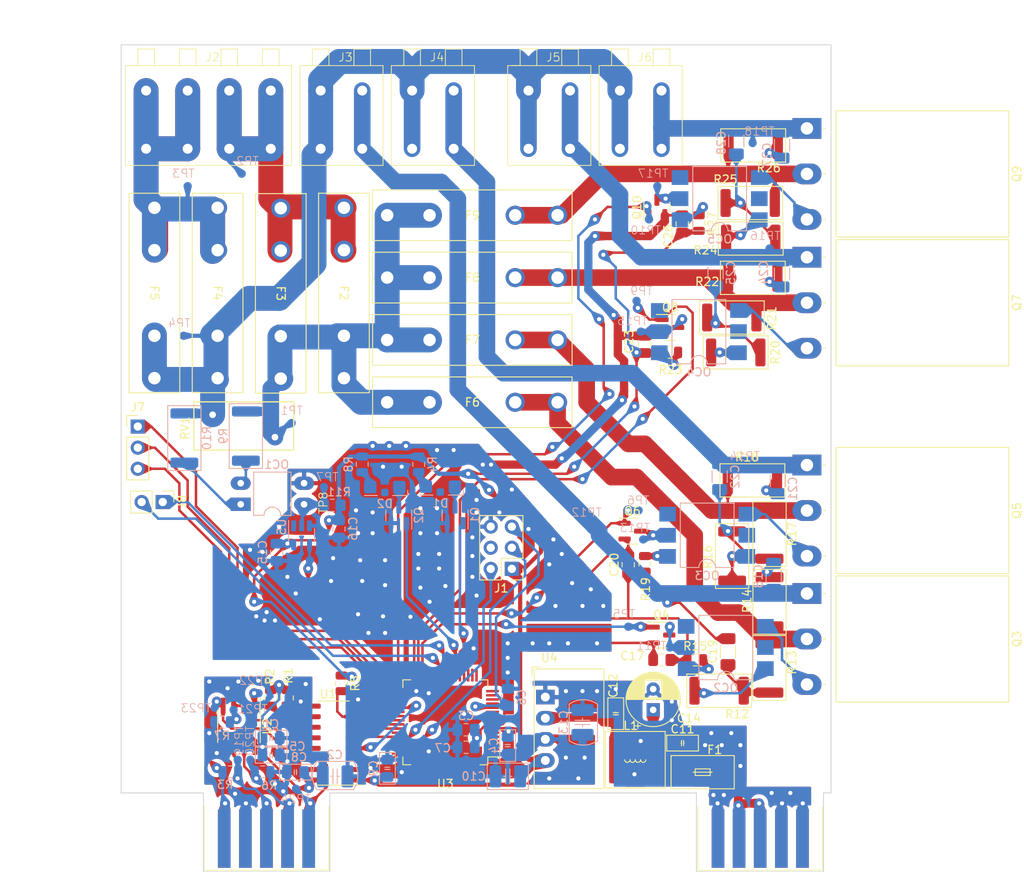
<source format=kicad_pcb>
(kicad_pcb (version 20221018) (generator pcbnew)
  (layers (0 "F.Cu" signal) (31 "B.Cu" signal) (34 "B.Paste" user) (35 "F.Paste" user) (36 "B.SilkS" user "B.Silkscreen") (37 "F.SilkS" user "F.Silkscreen") (38 "B.Mask" user) (39 "F.Mask" user) (44 "Edge.Cuts" user))
  (net 0 "")
  (net 1 "GND1")
  (net 2 "GNDD")
  (net 3 "+3V3")
  (net 4 "/NRST")
  (net 5 "GNDA")
  (net 6 "+24V")
  (net 7 "Net-(U4-IN+)")
  (net 8 "/Simisters/Simister1/AC_OUT")
  (net 9 "/Simisters/Simister2/AC_OUT")
  (net 10 "/Simisters/Simister3/AC_OUT")
  (net 11 "Net-(C18-Pad1)")
  (net 12 "/Simisters/Simister4/AC_OUT")
  (net 13 "Net-(C19-Pad1)")
  (net 14 "Net-(C21-Pad1)")
  (net 15 "Net-(C22-Pad1)")
  (net 16 "Net-(D1-K)")
  (net 17 "Net-(D1-A)")
  (net 18 "Net-(D2-K)")
  (net 19 "Net-(D2-A)")
  (net 20 "Net-(RS2-Pin_2)")
  (net 21 "/SWDIO")
  (net 22 "/SWCLK")
  (net 24 "Net-(J2-Pin_1)")
  (net 25 "Net-(J2-Pin_3)")
  (net 26 "/Simisters/ACIN_2")
  (net 27 "Net-(OC1-Pad1)")
  (net 28 "Net-(OC2-Pad1)")
  (net 29 "Net-(Q6-C)")
  (net 31 "Net-(Q5-G)")
  (net 33 "Net-(OC2-Pad6)")
  (net 34 "Net-(OC3-Pad1)")
  (net 35 "Net-(Q8-C)")
  (net 37 "Net-(Q7-G)")
  (net 39 "Net-(OC3-Pad6)")
  (net 40 "Net-(OC4-Pad1)")
  (net 41 "Net-(Q10-C)")
  (net 43 "Net-(Q9-G)")
  (net 45 "Net-(OC4-Pad6)")
  (net 46 "Net-(OC5-Pad1)")
  (net 47 "Net-(Q1-B)")
  (net 48 "Net-(Q2-B)")
  (net 49 "/SIM_1")
  (net 50 "/Simisters/Simister1/AC_IN")
  (net 51 "/Simisters/Simister2/AC_IN")
  (net 52 "/SIM_2")
  (net 53 "/Simisters/Simister3/AC_IN")
  (net 54 "/SIM_3")
  (net 55 "/Simisters/Simister4/AC_IN")
  (net 56 "/SIM_4")
  (net 57 "Net-(U1-VE2)")
  (net 58 "Net-(U1-VOB)")
  (net 59 "Net-(RS1-Pin_3)")
  (net 60 "Net-(U1-VE1)")
  (net 61 "Net-(RS1-Pin_4)")
  (net 62 "Net-(U1-VOC)")
  (net 63 "/Simisters/ACIN_1")
  (net 64 "/RTS")
  (net 65 "/RTS_cont")
  (net 66 "/UART_DE")
  (net 67 "/UART_TX")
  (net 68 "/UART_RX")
  (net 69 "Net-(U1-VID)")
  (net 88 "/GPIO1")
  (net 89 "/GPIO2")
  (net 93 "/ZERO_DET_cont")
  (net 97 "/TX_USART_1")
  (net 98 "/DE_USART_1")
  (net 99 "/RX_USART_1")
  (net 118 "/+3.3VRS485")
  (net 119 "Net-(C24-Pad1)")
  (net 120 "Net-(C25-Pad1)")
  (net 121 "Net-(C27-Pad1)")
  (net 122 "Net-(C28-Pad1)")
  (net 123 "Net-(OC1-Pad2)")
  (net 124 "Net-(OC1-Pad4)")
  (net 125 "Net-(Q4-C)")
  (net 126 "Net-(Q3-G)")
  (net 129 "Net-(OC5-Pad6)")
  (footprint "PCM_Resistor_SMD_AKL:R_2512_6332Metric" (layer "F.Cu") (at 155 103 -90)
    (fp_text reference "R14")
    (fp_text value "2512-51 Ом±5%-1 Вт" hide)
  )
  (footprint "MountingHole:MountingHole_3.2mm_M3" (layer "F.Cu") (at 81 120)
    (fp_text reference "H2" hide)
    (fp_text value "MountingHole")
  )
  (footprint "Package_SO:SOIC-16_3.9x9.9mm_P1.27mm" (layer "F.Cu") (at 102.5 120 180)
    (fp_text reference "U1")
    (fp_text value "pia141M30 (SOIC-16)")
  )
  (footprint "PCM_4ms_Resistor:R_0805_2012Metric" (layer "F.Cu") (at 143.0625 73)
    (fp_text reference "R23")
    (fp_text value "0805-200 Ом±5%-0,125 Вт")
  )
  (footprint "PCM_4ms_Resistor:R_0805_2012Metric" (layer "F.Cu") (at 103.5 112.8125 -90)
    (fp_text reference "R5")
    (fp_text value "0805-4,7 кОм±5%-0,125 Вт")
  )
  (footprint "PCM_Resistor_SMD_AKL:R_2512_6332Metric" (layer "F.Cu") (at 150.4625 68.8 180)
    (fp_text reference "R21")
    (fp_text value "2512-1 кОм±5%-1 Вт" hide)
  )
  (footprint "MountingHole:MountingHole_3.2mm_M3" (layer "F.Cu") (at 151 39.5)
    (fp_text reference "H1" hide)
    (fp_text value "MountingHole")
  )
  (footprint "Connector:DG212R-THR-5.0-04P" (layer "F.Cu") (at 80 41.5)
    (fp_text reference "J2")
    (fp_text value "DG212R-THR-5.0-04P")
  )
  (footprint "Fuse:Fuseholder_100_series_5x20mm_D1,5" (layer "F.Cu") (at 109 56.5)
    (fp_text reference "F9")
    (fp_text value "Fuse 10A ZH266 (2 клипсы)")
  )
  (footprint "Package_TO_SOT_THT:TO-218-3_Horizontal_TabDown" (layer "F.Cu") (at 160.77 86.55 -90)
    (fp_text reference "Q5")
    (fp_text value "BTA41-600B (TO-218)")
  )
  (footprint "Package_TO_SOT_THT:TO-218-3_Horizontal_TabDown" (layer "F.Cu") (at 160.77 46.05 -90)
    (fp_text reference "Q9")
    (fp_text value "BTA41-600B (TO-218)")
  )
  (footprint "Fuse:Fuseholder_100_series_5x20mm_D1,5" (layer "F.Cu") (at 96.2 55.65 -90)
    (fp_text reference "F3")
    (fp_text value "Fuse 10A ZH266 (2 клипсы)")
  )
  (footprint "Package_TO_SOT_THT:TO-218-3_Horizontal_TabDown" (layer "F.Cu") (at 160.77 102 -90)
    (fp_text reference "Q3")
    (fp_text value "BTA41-600B (TO-218)")
  )
  (footprint "Connector_PinHeader_2.54mm:PinHeader_1x03_P2.54mm_Vertical" (layer "F.Cu") (at 79 81.92)
    (fp_text reference "J7")
    (fp_text value "DebbagUSART (PinHeader_01x03_P2.54mm)")
  )
  (footprint "Varistor:RV_Disc_D12mm_W5.8mm_P7.5mm" (layer "F.Cu") (at 95.5 83.2 180)
    (fp_text reference "RV1")
    (fp_text value "V10E250P")
  )
  (footprint "Connector:DG212R-THR-5.0-02P" (layer "F.Cu") (at 126 41.5)
    (fp_text reference "J5")
    (fp_text value "DG212R-THR-5.0-02P")
  )
  (footprint "PCM_Resistor_SMD_AKL:R_2512_6332Metric" (layer "F.Cu") (at 152.675136 55.025 180)
    (fp_text reference "R25")
    (fp_text value "2512-1 кОм±5%-1 Вт" hide)
  )
  (footprint "PCM_Resistor_SMD_AKL:R_2512_6332Metric" (layer "F.Cu") (at 150.499 97.5 -90)
    (fp_text reference "R16")
    (fp_text value "2512-180 Ом±5%-1 Вт" hide)
  )
  (footprint "PCM_Inductor_SMD_Handsoldering_AKL:L_Bourns-SRN6028" (layer "F.Cu") (at 138.85 122 180)
    (fp_text reference "L1")
    (fp_text value "6,8uH 3,5A ETQP3M6R8KVP" hide)
  )
  (footprint "Connector:DG212R-THR-5.0-02P" (layer "F.Cu") (at 112 41.5)
    (fp_text reference "J4")
    (fp_text value "DG212R-THR-5.0-02P")
  )
  (footprint "Fuse:Fuseholder_100_series_5x20mm_D1,5" (layer "F.Cu") (at 109 71.5)
    (fp_text reference "F7")
    (fp_text value "Fuse 10A ZH266 (2 клипсы)")
  )
  (footprint "MountingHole:MountingHole_3.2mm_M3" (layer "F.Cu") (at 151 79.5)
    (fp_text reference "H1" hide)
    (fp_text value "MountingHole" hide)
  )
  (footprint "Package_TO_SOT_THT:TO-218-3_Horizontal_TabDown" (layer "F.Cu") (at 160.77 61.55 -90)
    (fp_text reference "Q7")
    (fp_text value "BTA41-600B (TO-218)")
  )
  (footprint "Package_TO_SOT_SMD:SOT-23" (layer "F.Cu") (at 142 107)
    (fp_text reference "Q4")
    (fp_text value "DTC114ECA (SOT-23)")
  )
  (footprint "PCM_4ms_Resistor:R_0805_2012Metric" (layer "F.Cu") (at 146.5 57.4375 90)
    (fp_text reference "R27")
    (fp_text value "0805-200 Ом±5%-0,125 Вт")
  )
  (footprint "PCM_Capacitor_THT_AKL:CP_Radial_D6.3mm_P2.50mm" (layer "F.Cu") (at 141 116 90)
    (fp_text reference "C14")
    (fp_text value "47uF 63V D10,5" hide)
  )
  (footprint "Package_TO_SOT_SMD:SOT-23" (layer "F.Cu") (at 143.0625 70)
    (fp_text reference "Q8")
    (fp_text value "DTC114ECA (SOT-23)")
  )
  (footprint "PCM_Resistor_SMD_AKL:R_2512_6332Metric" (layer "F.Cu") (at 153.0375 48.1 180)
    (fp_text reference "R26")
    (fp_text value "2512-51 Ом±5%-1 Вт" hide)
  )
  (footprint "Package_QFP:LQFP-64_10x10mm_P0.5mm" (layer "F.Cu") (at 116 117.5 180)
    (fp_text reference "U3")
    (fp_text value "STM32G070RBTx (LQFP-64)")
  )
  (footprint "Package_SO:SOIC-8_3.9x4.9mm_P1.27mm" (layer "F.Cu") (at 91.17 117.985 -90)
    (fp_text reference "U2")
    (fp_text value "ADM3485EARZ-REEL (SOIC-8)")
  )
  (footprint "Capacitor_SMD:C_1206_3216Metric_Pad1.33x1.80mm_HandSolder" (layer "F.Cu") (at 150 109 90)
    (fp_text reference "C19")
    (fp_text value "0,01uF 600V 1206 (GRM31BR72J103KW01L)")
  )
  (footprint "Connector:Edge_Conn_KLS1-603-10" (layer "F.Cu") (at 94.48 127.69)
    (fp_text reference "RS1" hide)
    (fp_text value "SL-10 (L-KLS1-603C-10-S)")
  )
  (footprint "Capacitor_SMD:C_0805_2012Metric_Pad1.18x1.45mm_HandSolder" (layer "F.Cu") (at 138 98.5375 90)
    (fp_text reference "C20")
    (fp_text value "0,1uF 50V 0805")
  )
  (footprint "PCM_Resistor_SMD_AKL:R_2512_6332Metric" (layer "F.Cu") (at 152.7375 59.3 180)
    (fp_text reference "R24")
    (fp_text value "2512-180 Ом±5%-1 Вт" hide)
  )
  (footprint "Connector:DG212R-THR-5.0-02P" (layer "F.Cu") (at 101 41.5)
    (fp_text reference "J3")
    (fp_text value "DG212R-THR-5.0-02P")
  )
  (footprint "Fuse:Fuseholder_100_series_5x20mm_D1,5" (layer "F.Cu") (at 109 79)
    (fp_text reference "F6")
    (fp_text value "Fuse 10A ZH266 (2 клипсы)")
  )
  (footprint "PCM_4ms_Resistor:R_0805_2012Metric" (layer "F.Cu") (at 146.0625 110)
    (fp_text reference "R15")
    (fp_text value "0805-200 Ом±5%-0,125 Вт")
  )
  (footprint "Capacitor_SMD:C_0805_2012Metric_Pad1.18x1.45mm_HandSolder" (layer "F.Cu") (at 144.5 57.5375 90)
    (fp_text reference "C26")
    (fp_text value "0,1uF 50V 0805")
  )
  (footprint "Connector_PinHeader_2.54mm:PinHeader_2x03_P2.54mm_Vertical" (layer "F.Cu") (at 124 99.04 180)
    (fp_text reference "J1")
    (fp_text value "Prog (PinHeader_2x03_P2.54mm)")
  )
  (footprint "PCM_Fuse_Handsoldering_AKL:Fuse_Littelfuse-NANO2-451_453" (layer "F.Cu") (at 146.955 123.5 180)
    (fp_text reference "F1")
    (fp_text value "0452.500MRL" hide)
  )
  (footprint "PCM_Resistor_SMD_AKL:R_2512_6332Metric" (layer "F.Cu") (at 152.9375 88.4 180)
    (fp_text reference "R18")
    (fp_text value "2512-51 Ом±5%-1 Вт" hide)
  )
  (footprint "PCM_Resistor_SMD_AKL:R_2512_6332Metric" (layer "F.Cu") (at 150.9375 73 180)
    (fp_text reference "R20")
    (fp_text value "2512-180 Ом±5%-1 Вт" hide)
  )
  (footprint "Connector:DG212R-THR-5.0-02P" (layer "F.Cu") (at 137 41.5)
    (fp_text reference "J6")
    (fp_text value "DG212R-THR-5.0-02P")
  )
  (footprint "PCM_Resistor_SMD_AKL:R_2512_6332Metric" (layer "F.Cu") (at 148.9375 113.7 180)
    (fp_text reference "R12")
    (fp_text value "2512-180 Ом±5%-1 Вт" hide)
  )
  (footprint "Fuse:Fuseholder_100_series_5x20mm_D1,5" (layer "F.Cu") (at 109 64)
    (fp_text reference "F8")
    (fp_text value "Fuse 10A ZH266 (2 клипсы)")
  )
  (footprint "PCM_Resistor_SMD_AKL:R_2512_6332Metric" (layer "F.Cu") (at 155 94.8625 -90)
    (fp_text reference "R17")
    (fp_text value "2512-1 кОм±5%-1 Вт" hide)
  )
  (footprint "PCM_4ms_Resistor:R_0805_2012Metric" (layer "F.Cu") (at 95 114.5625 90)
    (fp_text reference "R2")
    (fp_text value "0805-10 кОм±5%-0,125 Вт")
  )
  (footprint "PCM_4ms_Resistor:R_0805_2012Metric" (layer "F.Cu") (at 97 114.5625 90)
    (fp_text reference "R1")
    (fp_text value "0805-4,7 кОм±5%-0,125 Вт")
  )
  (footprint "Capacitor_SMD:C_0805_2012Metric_Pad1.18x1.45mm_HandSolder" (layer "F.Cu") (at 140 72.0375 90)
    (fp_text reference "C23")
    (fp_text value "0,1uF 50V 0805")
  )
  (footprint "Connector_PinHeader_2.54mm:PinHeader_1x02_P2.54mm_Vertical" (layer "F.Cu") (at 82 91 -90)
    (fp_text reference "J8")
    (fp_text value "Debbag GPIO (PinHeader_01x02_P2.54mm)")
  )
  (footprint "PCM_4ms_Resistor:R_0805_2012Metric" (layer "F.Cu") (at 140 98.4375 90)
    (fp_text reference "R19")
    (fp_text value "0805-200 Ом±5%-0,125 Вт")
  )
  (footprint "MountingHole:MountingHole_3.2mm_M3" (layer "F.Cu") (at 81 100)
    (fp_text reference "H1" hide)
    (fp_text value "MountingHole")
  )
  (footprint "Connector:Edge_Conn_KLS1-603-10" (layer "F.Cu") (at 153.88 127.69)
    (fp_text reference "RS2" hide)
    (fp_text value "SL-10 (L-KLS1-603C-10-S)")
  )
  (footprint "Fuse:Fuseholder_100_series_5x20mm_D1,5" (layer "F.Cu") (at 88.6 55.6 -90)
    (fp_text reference "F4")
    (fp_text value "Fuse 10A ZH266 (2 клипсы)")
  )
  (footprint "MountingHole:MountingHole_3.2mm_M3" (layer "F.Cu") (at 158.5 39.5)
    (fp_text reference "H1" hide)
    (fp_text value "MountingHole")
  )
  (footprint "PCM_Capacitor_SMD_AKL:C_0805_2012Metric_Pad1.18x1.45mm_HandSolder" (layer "F.Cu") (at 136.5 116.4625 90)
    (fp_text reference "C12")
    (fp_text value "4,7uF 50V 0805")
  )
  (footprint "PCM_Resistor_SMD_AKL:R_2512_6332Metric" (layer "F.Cu") (at 152.987971 64.031054 180)
    (fp_text reference "R22")
    (fp_text value "2512-51 Ом±5%-1 Вт" hide)
  )
  (footprint "Package_TO_SOT_SMD:SOT-23" (layer "F.Cu") (at 141.45 55.5625 90)
    (fp_text reference "Q10")
    (fp_text value "DTC114ECA (SOT-23)")
  )
  (footprint "Fuse:Fuseholder_100_series_5x20mm_D1,5" (layer "F.Cu") (at 81 55.6 -90)
    (fp_text reference "F5")
    (fp_text value "Fuse 10A ZH266 (2 клипсы)")
  )
  (footprint "PCM_Resistor_SMD_AKL:R_2512_6332Metric" (layer "F.Cu") (at 154.9875 110.9625 -90)
    (fp_text reference "R13")
    (fp_text value "2512-1 кОм±5%-1 Вт" hide)
  )
  (footprint "Package_TO_SOT_SMD:SOT-23" (layer "F.Cu") (at 138.5 94.5)
    (fp_text reference "Q6")
    (fp_text value "DTC114ECA (SOT-23)")
  )
  (footprint "PCM_Capacitor_SMD_AKL:C_0805_2012Metric_Pad1.18x1.45mm_HandSolder" (layer "F.Cu") (at 144.5375 120)
    (fp_text reference "C11")
    (fp_text value "4,7uF 50V 0805")
  )
  (footprint "MountingHole:MountingHole_3.2mm_M3" (layer "F.Cu") (at 158.5 79.5)
    (fp_text reference "H1" hide)
    (fp_text value "MountingHole")
  )
  (footprint "Capacitor_SMD:C_0805_2012Metric_Pad1.18x1.45mm_HandSolder" (layer "F.Cu") (at 142.0375 110 180)
    (fp_text reference "C17")
    (fp_text value "0,1uF 50V 0805")
  )
  (footprint "Converter_DCDC:Converter_DCDC_Murata_MEE3SxxxxSC_THT" (layer "F.Cu") (at 128.0275 114.4675)
    (fp_text reference "U4")
    (fp_text value "AM1SS-2403SJZ")
  )
  (footprint "MountingHole:MountingHole_3.2mm_M3" (layer "F.Cu") (at 158 120)
    (fp_text reference "H1" hide)
    (fp_text value "MountingHole")
  )
  (footprint "Fuse:Fuseholder_100_series_5x20mm_D1,5" (layer "F.Cu") (at 103.8 55.6 -90)
    (fp_text reference "F2")
    (fp_text value "Fuse 10A ZH266 (2 клипсы)")
  )
  (footprint "Package_DIP:DIP-4_W7.62mm_LongPads" (layer "B.Cu") (at 91.38 91.275)
    (fp_text reference "OC1")
    (fp_text value "FOD814")
  )
  (footprint "PCM_4ms_TestPoint:TestPoint_D1" (layer "B.Cu") (at 139.8 95.5 180)
    (fp_text reference "TP13")
    (fp_text value "TestPoint")
  )
  (footprint "Resistor_SMD:R_0805_2012Metric_Pad1.20x1.40mm_HandSolder" (layer "B.Cu") (at 102.4 91.4)
    (fp_text reference "R11")
    (fp_text value "0805-1 кОм±5%-0,125 Вт")
  )
  (footprint "PCM_4ms_TestPoint:TestPoint_D1" (layer "B.Cu") (at 84.5 71 180)
    (fp_text reference "TP4")
    (fp_text value "TestPoint")
  )
  (footprint "PCM_Capacitor_SMD_Handsoldering_AKL:C_1210_3225Metric_Pad1.42x2.65mm" (layer "B.Cu") (at 102.7375 124)
    (fp_text reference "C2")
    (fp_text value " 270 pf X7R 1206 2000v 202R18W271KW4E" hide)
  )
  (footprint "PCM_Capacitor_SMD_AKL:C_1210_3225Metric_Pad1.42x2.65mm_HandSolder" (layer "B.Cu") (at 123.5125 124 180)
    (fp_text reference "C10")
    (fp_text value "10uF 50V 1210 GRM32ER71H106K")
  )
  (footprint "PCM_4ms_TestPoint:TestPoint_D1" (layer "B.Cu") (at 139.5 70.5 180)
    (fp_text reference "TP15")
    (fp_text value "TestPoint")
  )
  (footprint "PCM_4ms_TestPoint:TestPoint_D1" (layer "B.Cu") (at 91.5 51.5 180)
    (fp_text reference "TP2")
    (fp_text value "TestPoint")
  )
  (footprint "PCM_4ms_Resistor:R_0805_2012Metric" (layer "B.Cu") (at 94.0125 123.46 180)
    (fp_text reference "R6")
    (fp_text value "0805-560 Ом±5%-0,125 Вт")
  )
  (footprint "Package_TO_SOT_SMD:SOT-23" (layer "B.Cu") (at 117.173928 92.6 90)
    (fp_text reference "Q1")
    (fp_text value "DTC114ECA (SOT-23)")
  )
  (footprint "PCM_4ms_TestPoint:TestPoint_D1" (layer "B.Cu") (at 152 87 180)
    (fp_text reference "TP14")
    (fp_text value "TestPoint")
  )
  (footprint "PCM_4ms_TestPoint:TestPoint_D1" (layer "B.Cu") (at 99.705 98 90)
    (fp_text reference "TP8")
    (fp_text value "TestPoint")
  )
  (footprint "Capacitor_SMD:C_1206_3216Metric_Pad1.33x1.80mm_HandSolder" (layer "B.Cu") (at 149 87.9375 90)
    (fp_text reference "C22")
    (fp_text value "0,01uF 600V 1206 (GRM31BR72J103KW01L)")
  )
  (footprint "PCM_4ms_TestPoint:TestPoint_D1" (layer "B.Cu") (at 133.5 94.25 180)
    (fp_text reference "TP12")
    (fp_text value "TestPoint")
  )
  (footprint "PCM_4ms_TestPoint:TestPoint_D1" (layer "B.Cu") (at 90.525 116 180)
    (fp_text reference "TP21")
    (fp_text value "TestPoint")
  )
  (footprint "PCM_Capacitor_SMD_AKL:C_0805_2012Metric_Pad1.18x1.45mm_HandSolder" (layer "B.Cu") (at 95.0375 121.46 180)
    (fp_text reference "C5")
    (fp_text value "0,1uF 100V 0805")
  )
  (footprint "PCM_4ms_TestPoint:TestPoint_D1" (layer "B.Cu") (at 85 53 180)
    (fp_text reference "TP3")
    (fp_text value "TestPoint" hide)
  )
  (footprint "PCM_Capacitor_SMD_Handsoldering_AKL:C_1210_3225Metric_Pad1.42x2.65mm" (layer "B.Cu") (at 132.5 117.5125 -90)
    (fp_text reference "C13")
    (fp_text value " 270 pf X7R 1206 2000v 202R18W271KW4E" hide)
  )
  (footprint "Capacitor_SMD:C_1206_3216Metric_Pad1.33x1.80mm_HandSolder" (layer "B.Cu") (at 155.5 99.9375 -90)
    (fp_text reference "C18")
    (fp_text value "0,01uF 600V 1206 (GRM31BR72J103KW01L)")
  )
  (footprint "PCM_Resistor_SMD_AKL:R_2512_6332Metric" (layer "B.Cu") (at 92 83.0625 -90)
    (fp_text reference "R9")
    (fp_text value "2512-51 кОм±5%-1 Вт" hide)
  )
  (footprint "PCM_4ms_TestPoint:TestPoint_D1" (layer "B.Cu") (at 101.4 89.2)
    (fp_text reference "TP7")
    (fp_text value "TestPoint")
  )
  (footprint "Package_DIP:SMDIP-6_W9.53mm" (layer "B.Cu") (at 146.5 70.5)
    (fp_text reference "OC4")
    (fp_text value "MOC3023SM (SMDIP-6)")
  )
  (footprint "PCM_4ms_TestPoint:TestPoint_D1" (layer "B.Cu") (at 93.525 114 180)
    (fp_text reference "TP22")
    (fp_text value "TestPoint")
  )
  (footprint "PCM_4ms_TestPoint:TestPoint_D1" (layer "B.Cu") (at 138 106 180)
    (fp_text reference "TP5")
    (fp_text value "TestPoint")
  )
  (footprint "Package_TO_SOT_SMD:SOT-23" (layer "B.Cu") (at 110.4 92.6 90)
    (fp_text reference "Q2")
    (fp_text value "DTC114ECA (SOT-23)")
  )
  (footprint "Capacitor_SMD:C_1206_3216Metric_Pad1.33x1.80mm_HandSolder" (layer "B.Cu") (at 148.5 63.4375 90)
    (fp_text reference "C25")
    (fp_text value "0,01uF 600V 1206 (GRM31BR72J103KW01L)")
  )
  (footprint "Capacitor_SMD:C_0805_2012Metric_Pad1.18x1.45mm_HandSolder" (layer "B.Cu") (at 123.5 114.5 90)
    (fp_text reference "C6")
    (fp_text value "0,1uF 50V 0805")
  )
  (footprint "PCM_4ms_TestPoint:TestPoint_D1" (layer "B.Cu") (at 143 108.5 180)
    (fp_text reference "TP11")
    (fp_text value "TestPoint")
  )
  (footprint "Capacitor_SMD:C_1206_3216Metric_Pad1.33x1.80mm_HandSolder" (layer "B.Cu") (at 156.5 63.5625 90)
    (fp_text reference "C24")
    (fp_text value "0,01uF 600V 1206 (GRM31BR72J103KW01L)")
  )
  (footprint "PCM_Resistor_SMD_AKL:R_2512_6332Metric" (layer "B.Cu") (at 84.6 83.3 90)
    (fp_text reference "R10")
    (fp_text value "2512-51 кОм±5%-1 Вт" hide)
  )
  (footprint "Capacitor_SMD:C_0805_2012Metric_Pad1.18x1.45mm_HandSolder" (layer "B.Cu") (at 118.5 120.5 180)
    (fp_text reference "C7")
    (fp_text value "0,1uF 50V 0805")
  )
  (footprint "PCM_Capacitor_SMD_AKL:C_0805_2012Metric_Pad1.18x1.45mm_HandSolder" (layer "B.Cu") (at 123.5 120.3 -90)
    (fp_text reference "C4")
    (fp_text value "4,7uF 50V 0805")
  )
  (footprint "LED_SMD:LED_Kingbright_KPA-3010_3x2x1mm" (layer "B.Cu") (at 115.4 88.65 180)
    (fp_text reference "D1")
    (fp_text value "KPA-3010CGCK")
  )
  (footprint "PCM_4ms_TestPoint:TestPoint_D1" (layer "B.Cu") (at 141.5 53 180)
    (fp_text reference "TP17")
    (fp_text value "TestPoint")
  )
  (footprint "PCM_Capacitor_SMD_AKL:C_0805_2012Metric_Pad1.18x1.45mm_HandSolder" (layer "B.Cu") (at 95.0375 119.4 180)
    (fp_text reference "C1")
    (fp_text value "1uF 100V 0805")
  )
  (footprint "PCM_4ms_TestPoint:TestPoint_D1" (layer "B.Cu") (at 91.025 122 180)
    (fp_text reference "TP19")
    (fp_text value "TestPoint")
  )
  (footprint "PCM_4ms_TestPoint:TestPoint_D1" (layer "B.Cu") (at 140.5 57 180)
    (fp_text reference "TP10")
    (fp_text value "TestPoint")
  )
  (footprint "Capacitor_SMD:C_1206_3216Metric_Pad1.33x1.80mm_HandSolder" (layer "B.Cu") (at 156 88.4375 90)
    (fp_text reference "C21")
    (fp_text value "0,01uF 600V 1206 (GRM31BR72J103KW01L)")
  )
  (footprint "LED_SMD:LED_Kingbright_KPA-3010_3x2x1mm" (layer "B.Cu") (at 108.713572 88.7 180)
    (fp_text reference "D2")
    (fp_text value "KPA-3010CGCK")
  )
  (footprint "Capacitor_SMD:C_1206_3216Metric_Pad1.33x1.80mm_HandSolder" (layer "B.Cu") (at 151 47.5625 90)
    (fp_text reference "C28")
    (fp_text value "0,01uF 600V 1206 (GRM31BR72J103KW01L)")
  )
  (footprint "PCM_4ms_TestPoint:TestPoint_D1" (layer "B.Cu") (at 155 60.5 180)
    (fp_text reference "TP16")
    (fp_text value "TestPoint")
  )
  (footprint "PCM_4ms_TestPoint:TestPoint_D1" (layer "B.Cu") (at 88.25 115.75 180)
    (fp_text reference "TP23")
    (fp_text value "TestPoint")
  )
  (footprint "Package_DIP:SMDIP-6_W9.53mm" (layer "B.Cu") (at 149.735 108.5)
    (fp_text reference "OC2")
    (fp_text value "MOC3023SM (SMDIP-6)")
  )
  (footprint "PCM_4ms_TestPoint:TestPoint_D1" (layer "B.Cu") (at 97.5 81.5 180)
    (fp_text reference "TP1")
    (fp_text value "TestPoint")
  )
  (footprint "PCM_4ms_Resistor:R_0805_2012Metric" (layer "B.Cu") (at 112.8 86.4625 90)
    (fp_text reference "R4")
    (fp_text value "0805-150 Ом±5%-0,125 Вт")
  )
  (footprint "Package_TO_SOT_SMD:SOT-23-5" (layer "B.Cu") (at 98.705 95 -90)
    (fp_text reference "U5")
    (fp_text value "74AHCT1G14GW,125")
  )
  (footprint "Capacitor_SMD:C_0805_2012Metric_Pad1.18x1.45mm_HandSolder" (layer "B.Cu") (at 103.2 94.2375 -90)
    (fp_text reference "C16")
    (fp_text value "0,1uF 50V 0805")
  )
  (footprint "Capacitor_SMD:C_1206_3216Metric_Pad1.33x1.80mm_HandSolder" (layer "B.Cu") (at 156.5 48.0625 90)
    (fp_text reference "C27")
    (fp_text value "0,01uF 600V 1206 (GRM31BR72J103KW01L)")
  )
  (footprint "PCM_4ms_Resistor:R_0805_2012Metric" (layer "B.Cu") (at 106 86.4625 -90)
    (fp_text reference "R8")
    (fp_text value "0805-150 Ом±5%-0,125 Вт")
  )
  (footprint "PCM_Capacitor_SMD_AKL:C_0805_2012Metric_Pad1.18x1.45mm_HandSolder" (layer "B.Cu") (at 97.9625 123.5)
    (fp_text reference "C8")
    (fp_text value "0,1uF 100V 0805")
  )
  (footprint "Package_DIP:SMDIP-6_W9.53mm" (layer "B.Cu") (at 147.5 95)
    (fp_text reference "OC3")
    (fp_text value "MOC3023SM (SMDIP-6)")
  )
  (footprint "PCM_Capacitor_SMD_AKL:C_0805_2012Metric_Pad1.18x1.45mm_HandSolder" (layer "B.Cu") (at 109.025 123.0375 -90)
    (fp_text reference "C9")
    (fp_text value "0,1uF 100V 0805")
  )
  (footprint "PCM_4ms_TestPoint:TestPoint_D1" (layer "B.Cu") (at 139 66.8 180)
    (fp_text reference "TP9")
    (fp_text value "TestPoint" hide)
  )
  (footprint "PCM_4ms_TestPoint:TestPoint_D1" (layer "B.Cu") (at 152.96194 47.808658 180)
    (fp_text reference "TP18")
    (fp_text value "TestPoint")
  )
  (footprint "Capacitor_SMD:C_0805_2012Metric_Pad1.18x1.45mm_HandSolder" (layer "B.Cu") (at 118.5 118.4 180)
    (fp_text reference "C3")
    (fp_text value "0,1uF 50V 0805")
  )
  (footprint "PCM_4ms_TestPoint:TestPoint_D1" (layer "B.Cu") (at 139.25 92 90)
    (fp_text reference "TP6")
    (fp_text value "TestPoint")
  )
  (footprint "PCM_4ms_Resistor:R_0805_2012Metric" (layer "B.Cu") (at 90.1375 123.46 180)
    (fp_text reference "R3")
    (fp_text value "0805-560 Ом±5%-0,125 Вт")
  )
  (footprint "Package_DIP:SMDIP-6_W9.53mm" (layer "B.Cu") (at 149 54.5)
    (fp_text reference "OC5")
    (fp_text value "MOC3023SM (SMDIP-6)")
  )
  (footprint "PCM_4ms_TestPoint:TestPoint_D1" (layer "B.Cu") (at 92.525 122 180)
    (fp_text reference "TP20")
    (fp_text value "TestPoint")
  )
  (footprint "PCM_4ms_TestPoint:TestPoint_D1" (layer "B.Cu") (at 98.025 125.5 180)
    (fp_text reference "TP24")
    (fp_text value "TestPoint")
  )
  (footprint "Capacitor_SMD:C_0805_2012Metric_Pad1.18x1.45mm_HandSolder" (layer "B.Cu") (at 95.705 97.0375 -90)
    (fp_text reference "C15")
    (fp_text value "0,1uF 50V 0805")
  )
  (footprint "PCM_4ms_Resistor:R_0805_2012Metric" (layer "B.Cu") (at 89.1375 117.46)
    (fp_text reference "R7")
    (fp_text value "0805-10 кОм±5%-0,125 Вт")
  )
  (gr_line (start 77 126) (end 77 36) (stroke (width 0.1)) (layer "Edge.Cuts"))
  (gr_line (start 86.9 135.5) (end 102.1 135.5) (stroke (width 0.1)) (layer "Edge.Cuts"))
  (gr_line (start 146.2 126) (end 146.2 135.5) (stroke (width 0.1)) (layer "Edge.Cuts"))
  (gr_line (start 161.5 135.5) (end 161.5 126) (stroke (width 0.1)) (layer "Edge.Cuts"))
  (gr_line (start 162.4 126) (end 162.4 36) (stroke (width 0.1)) (layer "Edge.Cuts"))
  (gr_line (start 86.9 126) (end 86.9 135.5) (stroke (width 0.1)) (layer "Edge.Cuts"))
  (gr_line (start 102.1 126) (end 146.2 126) (stroke (width 0.1)) (layer "Edge.Cuts"))
  (gr_line (start 161.5 126) (end 162.4 126) (stroke (width 0.1)) (layer "Edge.Cuts"))
  (gr_line (start 162.4 36) (end 77 36) (stroke (width 0.1)) (layer "Edge.Cuts"))
  (gr_line (start 86.9 126) (end 77 126) (stroke (width 0.1)) (layer "Edge.Cuts"))
  (gr_line (start 146.2 135.5) (end 161.5 135.5) (stroke (width 0.1)) (layer "Edge.Cuts"))
  (gr_line (start 102.1 135.5) (end 102.1 126) (stroke (width 0.1)) (layer "Edge.Cuts"))
  (segment (start 97.975 123.175) (end 97 122.2) (width 0.3) (layer "F.Cu") (net 1))
  (segment (start 98.6 115.4) (end 98.8 115.6) (width 0.3) (layer "F.Cu") (net 1))
  (segment (start 98.8 115.6) (end 99.98 115.6) (width 0.3) (layer "F.Cu") (net 1))
  (segment (start 92.04 127.29) (end 92 127.25) (width 1) (layer "F.Cu") (net 1))
  (segment (start 99.98 115.6) (end 100.025 115.555) (width 0.3) (layer "F.Cu") (net 1))
  (segment (start 92.04 131.5) (end 92.04 127.29) (width 1) (layer "F.Cu") (net 1))
  (segment (start 100.025 123.175) (end 97.975 123.175) (width 0.3) (layer "F.Cu") (net 1))
  (segment (start 89.24 120.46) (end 88.5 121.2) (width 0.3) (layer "F.Cu") (net 1))
  (segment (start 89.265 120.46) (end 89.24 120.46) (width 0.3) (layer "F.Cu") (net 1))
  (segment (start 98.6 115) (end 98.6 115.4) (width 0.3) (layer "F.Cu") (net 1))
  (via (at 97 122.2) (size 1.2) (drill 0.5) (layers "F.Cu" "B.Cu") (net 1))
  (via (at 91.1 112.6) (size 1.2) (drill 0.5) (layers "F.Cu" "B.Cu") (net 1))
  (via (at 92 127.25) (size 1.2) (drill 0.5) (layers "F.Cu" "B.Cu") (net 1))
  (via (at 87.6 118.8) (size 1.2) (drill 0.5) (layers "F.Cu" "B.Cu") (net 1))
  (via (at 90.7 126.1) (size 1.2) (drill 0.5) (layers "F.Cu" "B.Cu") (net 1))
  (via (at 93.5 112.5) (size 1.2) (drill 0.5) (layers "F.Cu" "B.Cu") (net 1))
  (via (at 98.6 115) (size 1.2) (drill 0.5) (layers "F.Cu" "B.Cu") (net 1))
  (via (at 88.5 121.2) (size 1.2) (drill 0.5) (layers "F.Cu" "B.Cu") (net 1))
  (via (at 89.8 113.4) (size 1.2) (drill 0.5) (layers "F.Cu" "B.Cu") (net 1))
  (via (at 96.5 125.8) (size 1.2) (drill 0.5) (layers "F.Cu" "B.Cu") (net 1))
  (via (at 95.5 124.9) (size 1.2) (drill 0.5) (layers "F.Cu" "B.Cu") (net 1))
  (via (at 99.2 112.9) (size 1.2) (drill 0.5) (layers "F.Cu" "B.Cu") (net 1))
  (via (at 87.6 112.6) (size 1.2) (drill 0.5) (layers "F.Cu" "B.Cu") (net 1))
  (segment (start 92 127.25) (end 92 131.46) (width 1) (layer "B.Cu") (net 1))
  (segment (start 101.25 121.95) (end 100.9 121.6) (width 1) (layer "B.Cu") (net 1))
  (segment (start 97.6 121.6) (end 97 122.2) (width 1) (layer "B.Cu") (net 1))
  (segment (start 97 122.2) (end 97 123.425) (width 1) (layer "B.Cu") (net 1))
  (segment (start 88.2 118.2) (end 87.6 118.8) (width 0.3) (layer "B.Cu") (net 1))
  (segment (start 100.9 121.6) (end 97.6 121.6) (width 1) (layer "B.Cu") (net 1))
  (segment (start 88.2 117.46) (end 88.2 118.2) (width 0.3) (layer "B.Cu") (net 1))
  (segment (start 97 123.425) (end 96.925 123.5) (width 1) (layer "B.Cu") (net 1))
  (segment (start 101.25 124) (end 101.25 121.95) (width 1) (layer "B.Cu") (net 1))
  (segment (start 92 131.46) (end 92.04 131.5) (width 1) (layer "B.Cu") (net 1))
  (segment (start 137.25 78.75) (end 137.25 78.5) (width 1) (layer "F.Cu") (net 2))
  (segment (start 119 117.25) (end 118.25 116.5) (width 0.3) (layer "F.Cu") (net 2))
  (segment (start 142.4 57.237499) (end 142.4 56.5) (width 1) (layer "F.Cu") (net 2))
  (segment (start 130 85.75) (end 129.25 86.5) (width 1) (layer "F.Cu") (net 2))
  (segment (start 136.75 73.25) (end 136.75 71) (width 1) (layer "F.Cu") (net 2))
  (segment (start 136.75 69) (end 136.25 68.5) (width 1) (layer "F.Cu") (net 2))
  (segment (start 142.4 56.5) (end 144.5 56.5) (width 0.3) (layer "F.Cu") (net 2))
  (segment (start 134 59) (end 140.637499 59) (width 1) (layer "F.Cu") (net 2))
  (segment (start 140.637499 59) (end 142.4 57.237499) (width 1) (layer "F.Cu") (net 2))
  (segment (start 132.25 100.75) (end 131.25 100.75) (width 0.3) (layer "F.Cu") (net 2))
  (segment (start 136.75 71) (end 140 71) (width 1) (layer "F.Cu") (net 2))
  (segment (start 141.0625 107.95) (end 135.55 107.95) (width 0.3) (layer "F.Cu") (net 2))
  (segment (start 135.5 108) (end 135.55 107.95) (width 0.3) (layer "F.Cu") (net 2))
  (segment (start 135.5 97.5) (end 132.25 100.75) (width 0.3) (layer "F.Cu") (net 2))
  (segment (start 141.0625 107.95) (end 141.0625 109.9375) (width 0.3) (layer "F.Cu") (net 2))
  (segment (start 137.5 78.25) (end 137.5 74) (width 1) (layer "F.Cu") (net 2))
  (segment (start 138 97.5) (end 135.5 97.5) (width 0.3) (layer "F.Cu") (net 2))
  (segment (start 138 95.8875) (end 137.5625 95.45) (width 0.3) (layer "F.Cu") (net 2))
  (segment (start 140 71) (end 142.075 71) (width 0.3) (layer "F.Cu") (net 2))
  (segment (start 131.25 101.75) (end 130 103) (width 0.3) (layer "F.Cu") (net 2))
  (segment (start 131.25 100.75) (end 131.25 101.75) (width 0.3) (layer "F.Cu") (net 2))
  (segment (start 104.975 115.275) (end 105.5 114.75) (width 0.3) (layer "F.Cu") (net 2))
  (segment (start 130.5 120.5) (end 130.5 121.75) (width 1) (layer "F.Cu") (net 2))
  (segment (start 121.675 117.25) (end 119 117.25) (width 0.3) (layer "F.Cu") (net 2))
  (segment (start 106.825 123.175) (end 107 123) (width 0.3) (layer "F.Cu") (net 2))
  (segment (start 137.5 74) (end 136.75 73.25) (width 1) (layer "F.Cu") (net 2))
  (segment (start 136.75 71) (end 136.75 69) (width 1) (layer "F.Cu") (net 2))
  (segment (start 128 119.46) (end 129.46 119.46) (width 1) (layer "F.Cu") (net 2))
  (segment (start 129.46 119.46) (end 130.5 120.5) (width 1) (layer "F.Cu") (net 2))
  (segment (start 137.25 78.5) (end 137.5 78.25) (width 1) (layer "F.Cu") (net 2))
  (segment (start 138 97.5) (end 138 95.8875) (width 0.3) (layer "F.Cu") (net 2))
  (segment (start 129.25 86.5) (end 121.5 86.5) (width 1) (layer "F.Cu") (net 2))
  (segment (start 141.0625 109.9375) (end 141 110) (width 0.3) (layer "F.Cu") (net 2))
  (segment (start 104.975 123.175) (end 106.825 123.175) (width 0.3) (layer "F.Cu") (net 2))
  (segment (start 104.975 115.555) (end 104.975 115.275) (width 0.3) (layer "F.Cu") (net 2))
  (segment (start 142.075 71) (end 142.125 70.95) (width 0.3) (layer "F.Cu") (net 2))
  (via (at 110.75 86.75) (size 1.2) (drill 0.5) (layers "F.Cu" "B.Cu") (net 2))
  (via (at 108.75 101) (size 1.2) (drill 0.5) (layers "F.Cu" "B.Cu") (net 2))
  (via (at 107.25 84.25) (size 1.2) (drill 0.5) (layers "F.Cu" "B.Cu") (net 2))
  (via (at 123.5 109.75) (size 1.2) (drill 0.5) (layers "F.Cu" "B.Cu") (net 2))
  (via (at 112.75 97.25) (size 1.2) (drill 0.5) (layers "F.Cu" "B.Cu") (net 2))
  (via (at 111.8 104.8) (size 1.2) (drill 0.5) (layers "F.Cu" "B.Cu") (net 2))
  (via (at 129 95.5) (size 1.2) (drill 0.5) (layers "F.Cu" "B.Cu") (net 2))
  (via (at 116 101.1) (size 1.2) (drill 0.5) (layers "F.Cu" "B.Cu") (net 2))
  (via (at 115 84.75) (size 1.2) (drill 0.5) (layers "F.Cu" "B.Cu") (net 2))
  (via (at 129.25 103.5) (size 1.2) (drill 0.5) (layers "F.Cu" "B.Cu") (net 2))
  (via (at 135 103.5) (size 1.2) (drill 0.5) (layers "F.Cu" "B.Cu") (net 2))
  (via (at 107 123) (size 1.2) (drill 0.5) (layers "F.Cu" "B.Cu") (net 2))
  (via (at 118.25 116.5) (size 1.2) (drill 0.5) (layers "F.Cu" "B.Cu") (net 2))
  (via (at 115.25 99) (size 1.2) (drill 0.5) (layers "F.Cu" "B.Cu") (net 2))
  (via (at 96 94) (size 1.2) (drill 0.5) (layers "F.Cu" "B.Cu") (net 2))
  (via (at 122.5 92.25) (size 1.2) (drill 0.5) (layers "F.Cu" "B.Cu") (net 2))
  (via (at 114 114) (size 1.2) (drill 0.5) (layers "F.Cu" "B.Cu") (net 2))
  (via (at 108.5 104.75) (size 1.2) (drill 0.5) (layers "F.Cu" "B.Cu") (net 2))
  (via (at 92.5 96.75) (size 1.2) (drill 0.5) (layers "F.Cu" "B.Cu") (net 2))
  (via (at 110.75 123.5) (size 1.2) (drill 0.5) (layers "F.Cu" "B.Cu") (net 2))
  (via (at 100.9 105.1) (size 1.2) (drill 0.5) (layers "F.Cu" "B.Cu") (net 2))
  (via (at 121.5 86.5) (size 1.2) (drill 0.5) (layers "F.Cu" "B.Cu") (net 2))
  (via (at 119.75 90.75) (size 1.2) (drill 0.5) (layers "F.Cu" "B.Cu") (net 2))
  (via (at 112.5 113.75) (size 1.2) (drill 0.5) (layers "F.Cu" "B.Cu") (net 2))
  (via (at 108.75 98) (size 1.2) (drill 0.5) (layers "F.Cu" "B.Cu") (net 2))
  (via (at 119.75 102.25) (size 1.2) (drill 0.5) (layers "F.Cu" "B.Cu") (net 2))
  (via (at 123.5 108) (size 1.2) (drill 0.5) (layers "F.Cu" "B.Cu") (net 2))
  (via (at 132.75 121.75) (size 1.2) (drill 0.5) (layers "F.Cu" "B.Cu") (net 2))
  (via (at 123.5 111.5) (size 1.2) (drill 0.5) (layers "F.Cu" "B.Cu") (net 2))
  (via (at 107.25 92.25) (size 1.2) (drill 0.5) (layers "F.Cu" "B.Cu") (net 2))
  (via (at 119.4 108.6) (size 1.2) (drill 0.5) (layers "F.Cu" "B.Cu") (net 2))
  (via (at 94.25 105.25) (size 1.2) (drill 0.5) (layers "F.Cu" "B.Cu") (net 2))
  (via (at 106 100.5) (size 1.2) (drill 0.5) (layers "F.Cu" "B.Cu") (net 2))
  (via (at 109.25 84.25) (size 1.2) (drill 0.5) (layers "F.Cu" "B.Cu") (net 2))
  (via (at 115.25 97.25) (size 1.2) (drill 0.5) (layers "F.Cu" "B.Cu") (net 2))
  (via (at 113 91.75) (size 1.2) (drill 0.5) (layers "F.Cu" "B.Cu") (net 2))
  (via (at 108.75 106.75) (size 1.2) (drill 0.5) (layers "F.Cu" "B.Cu") (net 2))
  (via (at 93.25 104.75) (size 1.2) (drill 0.5) (layers "F.Cu" "B.Cu") (net 2))
  (via (at 114 121) (size 1.2) (drill 0.5) (layers "F.Cu" "B.Cu") (net 2))
  (via (at 132 124.25) (size 1.2) (drill 0.5) (layers "F.Cu" "B.Cu") (net 2))
  (via (at 98 102) (size 1.2) (drill 0.5) (layers "F.Cu" "B.Cu") (net 2))
  (via (at 117 84.75) (size 1.2) (drill 0.5) (layers "F.Cu" "B.Cu") (net 2))
  (via (at 107.25 94.75) (size 1.2) (drill 0.5) (layers "F.Cu" "B.Cu") (net 2))
  (via (at 106.75 106.75) (size 1.2) (drill 0.5) (layers "F.Cu" "B.Cu") (net 2))
  (via (at 132.5 103.5) (size 1.2) (drill 0.5) (layers "F.Cu" "B.Cu") (net 2))
  (via (at 94.5 104.25) (size 1.2) (drill 0.5) (layers "F.Cu" "B.Cu") (net 2))
  (via (at 112.75 99) (size 1.2) (drill 0.5) (layers "F.Cu" "B.Cu") (net 2))
  (via (at 119.75 92.25) (size 1.2) (drill 0.5) (layers "F.Cu" "B.Cu") (net 2))
  (via (at 130 85.75) (size 1.2) (drill 0.5) (layers "F.Cu" "B.Cu") (net 2))
  (via (at 102.25 100.5) (size 1.2) (drill 0.5) (layers "F.Cu" "B.Cu") (net 2))
  (via (at 119.25 100) (size 1.2) (drill 0.5) (layers "F.Cu" "B.Cu") (net 2))
  (via (at 137.25 78.75) (size 1.2) (drill 0.5) (layers "F.Cu" "B.Cu") (net 2))
  (via (at 130.75 108) (size 1.2) (drill 0.5) (layers "F.Cu" "B.Cu") (net 2))
  (via (at 105.25 92) (size 1.2) (drill 0.5) (layers "F.Cu" "B.Cu") (net 2))
  (via (at 95.5 105.25) (size 1.2) (drill 0.5) (layers "F.Cu" "B.Cu") (net 2))
  (via (at 115 91.75) (size 1.2) (drill 0.5) (layers "F.Cu" "B.Cu") (net 2))
  (via (at 119.25 95.25) (size 1.2) (drill 0.5) (layers "F.Cu" "B.Cu") (net 2))
  (via (at 111.25 84.25) (size 1.2) (drill 0.5) (layers "F.Cu" "B.Cu") (net 2))
  (via (at 105.75 98) (size 1.2) (drill 0.5) (layers "F.Cu" "B.Cu") (net 2))
  (via (at 130.5 121.75) (size 1.2) (drill 0.5) (layers "F.Cu" "B.Cu") (net 2))
  (via (at 105.5 104.5) (size 1.2) (drill 0.5) (layers "F.Cu" "B.Cu") (net 2))
  (via (at 130 97.25) (size 1.2) (drill 0.5) (layers "F.Cu" "B.Cu") (net 2))
  (via (at 124 89.5) (size 1.2) (drill 0.5) (layers "F.Cu" "B.Cu") (net 2))
  (via (at 120.5 86.5) (size 1.2) (drill 0.5) (layers "F.Cu" "B.Cu") (net 2))
  (via (at 126 94.25) (size 1.2) (drill 0.5) (layers "F.Cu" "B.Cu") (net 2))
  (via (at 134.25 108) (size 1.2) (drill 0.5) (layers "F.Cu" "B.Cu") (net 2))
  (via (at 128.5 108) (size 1.2) (drill 0.5) (layers "F.Cu" "B.Cu") (net 2))
  (via (at 134 59) (size 1.2) (drill 0.5) (layers "F.Cu" "B.Cu") (net 2))
  (via (at 119.25 97.5) (size 1.2) (drill 0.5) (layers "F.Cu" "B.Cu") (net 2))
  (via (at 113 101.3) (size 1.2) (drill 0.5) (layers "F.Cu" "B.Cu") (net 2))
  (via (at 136.25 68.5) (size 1.2) (drill 0.5) (layers "F.Cu" "B.Cu") (net 2))
  (via (at 97 100) (size 1.2) (drill 0.5) (layers "F.Cu" "B.Cu") (net 2))
  (via (at 105.5 94.75) (size 1.2) (drill 0.5) (layers "F.Cu" "B.Cu") (net 2))
  (via (at 128.5 98.5) (size 1.2) (drill 0.5) (layers "F.Cu" "B.Cu") (net 2))
  (via (at 114.1 103) (size 1.2) (drill 0.5) (layers "F.Cu" "B.Cu") (net 2))
  (via (at 108.5 86.75) (size 1.2) (drill 0.5) (layers "F.Cu" "B.Cu") (net 2))
  (via (at 94 97) (size 1.2) (drill 0.5) (layers "F.Cu" "B.Cu") (net 2))
  (via (at 128.5 124.25) (size 1.2) (drill 0.5) (layers "F.Cu" "B.Cu") (net 2))
  (via (at 133.5 101.5) (size 1.2) (drill 0.5) (layers "F.Cu" "B.Cu") (net 2))
  (via (at 105.5 114.75) (size 1.2) (drill 0.5) (layers "F.Cu" "B.Cu") (net 2))
  (via (at 113 94.75) (size 1.2) (drill 0.5) (layers "F.Cu" "B.Cu") (net 2))
  (via (at 115 94.75) (size 1.2) (drill 0.5) (layers "F.Cu" "B.Cu") (net 2))
  (via (at 126.5 108) (size 1.2) (drill 0.5) (layers "F.Cu" "B.Cu") (net 2))
  (via (at 131.25 100.75) (size 1.2) (drill 0.5) (layers "F.Cu" "B.Cu") (net 2))
  (via (at 102.5 97.75) (size 1.2) (drill 0.5) (layers "F.Cu" "B.Cu") (net 2))
  (segment (start 133.2 59.8) (end 133.2 65.45) (width 1) (layer "B.Cu") (net 2))
  (segment (start 132.5 119) (end 132.5 121.5) (width 1) (layer "B.Cu") (net 2))
  (segment (start 101.6 95) (end 101.6 96.9) (width 0.3) (layer "B.Cu") (net 2))
  (segment (start 99.655 93.8625) (end 100.4625 93.8625) (width 0.3) (layer "B.Cu") (net 2))
  (segment (start 132.5 121.5) (end 132.75 121.75) (width 1) (layer "B.Cu") (net 2))
  (segment (start 130.25 85.75) (end 130 85.75) (width 1) (layer "B.Cu") (net 2))
  (segment (start 101.6 96.9) (end 101.65 96.9) (width 0.3) (layer "B.Cu") (net 2))
  (segment (start 137.25 78.75) (end 130.25 85.75) (width 1) (layer "B.Cu") (net 2))
  (segment (start 128.0275 119.5475) (end 127.0525 119.5475) (width 1.5) (layer "B.Cu") (net 2))
  (segment (start 133.2 65.45) (end 136.25 68.5) (width 1) (layer "B.Cu") (net 2))
  (segment (start 127.0525 119.5475) (end 125.2 121.4) (width 1.5) (layer "B.Cu") (net 2))
  (segment (start 134 59) (end 133.2 59.8) (width 1) (layer "B.Cu") (net 2))
  (segment (start 101.65 96.9) (end 102.5 97.75) (width 0.3) (layer "B.Cu") (net 2))
  (segment (start 125.2 121.4) (end 123.5 121.4) (width 1.5) (layer "B.Cu") (net 2))
  (segment (start 100.4625 93.8625) (end 101.6 95) (width 0.3) (layer "B.Cu") (net 2))
  (segment (start 124.8 91) (end 127.5 93.7) (width 0.5) (layer "F.Cu") (net 3))
  (segment (start 138 105) (end 125 105) (width 0.3) (layer "F.Cu") (net 3))
  (segment (start 97 96) (end 97.4 95.6) (width 0.3) (layer "F.Cu") (net 3))
  (segment (start 102 94.4) (end 102 93.2) (width 0.3) (layer "F.Cu") (net 3))
  (segment (start 140 99.375) (end 138.2 99.375) (width 0.3) (layer "F.Cu") (net 3))
  (segment (start 121.257537 89.542463) (end 122.715075 91) (width 0.5) (layer "F.Cu") (net 3))
  (segment (start 126 122) (end 125 121) (width 0.5) (layer "F.Cu") (net 3))
  (segment (start 135.25 61) (end 142.075 61) (width 0.3) (layer "F.Cu") (net 3))
  (segment (start 125 118.4) (end 123.8 118.4) (width 0.5) (layer "F.Cu") (net 3))
  (segment (start 138.75 79.5) (end 139 79.25) (width 0.3) (layer "F.Cu") (net 3))
  (segment (start 108 125) (end 107.5 124.5) (width 0.5) (layer "F.Cu") (net 3))
  (segment (start 100.8 95.6) (end 102 94.4) (width 0.3) (layer "F.Cu") (net 3))
  (segment (start 143.075 110) (end 145.125 110) (width 0.3) (layer "F.Cu") (net 3))
  (segment (start 104.75 112) (end 103.625 112) (width 0.3) (layer "F.Cu") (net 3))
  (segment (start 121.675 117.75) (end 122.85 117.75) (width 0.3) (layer "F.Cu") (net 3))
  (segment (start 103.625 112) (end 103.5 111.875) (width 0.3) (layer "F.Cu") (net 3))
  (segment (start 138.2 99.375) (end 138 99.575) (width 0.3) (layer "F.Cu") (net 3))
  (segment (start 122.715075 91) (end 124.8 91) (width 0.5) (layer "F.Cu") (net 3))
  (segment (start 127.5 122) (end 124.5 125) (width 0.5) (layer "F.Cu") (net 3))
  (segment (start 107.445 124.445) (end 107.5 124.5) (width 0.3) (layer "F.Cu") (net 3))
  (segment (start 140 73.075) (end 142.05 73.075) (width 0.3) (layer "F.Cu") (net 3))
  (segment (start 125 121) (end 125 118.4) (width 0.5) (layer "F.Cu") (net 3))
  (segment (start 139.925 73) (end 140 73.075) (width 0.3) (layer "F.Cu") (net 3))
  (segment (start 125 117.2) (end 125 105) (width 0.5) (layer "F.Cu") (net 3))
  (segment (start 97.4 95.6) (end 100.8 95.6) (width 0.3) (layer "F.Cu") (net 3))
  (segment (start 131.5 86.75) (end 130.65 87.6) (width 0.3) (layer "F.Cu") (net 3))
  (segment (start 128 122) (end 126 122) (width 0.5) (layer "F.Cu") (net 3))
  (segment (start 123.8 118.4) (end 123.6 118.6) (width 0.5) (layer "F.Cu") (net 3))
  (segment (start 142.05 73.075) (end 142.125 73) (width 0.3) (layer "F.Cu") (net 3))
  (segment (start 145.125 106.125) (end 144 105) (width 0.3) (layer "F.Cu") (net 3))
  (segment (start 125 105) (end 125 100.04) (width 0.5) (layer "F.Cu") (net 3))
  (segment (start 144.5 58.575) (end 146.3 58.575) (width 0.3) (layer "F.Cu") (net 3))
  (segment (start 127.5 97) (end 125.46 99.04) (width 0.5) (layer "F.Cu") (net 3))
  (segment (start 93 100) (end 93 103) (width 0.3) (layer "F.Cu") (net 3))
  (segment (start 125 118.4) (end 125 117.2) (width 0.5) (layer "F.Cu") (net 3))
  (segment (start 135 61.25) (end 135.25 61) (width 0.3) (layer "F.Cu") (net 3))
  (segment (start 124.5 125) (end 108 125) (width 0.5) (layer "F.Cu") (net 3))
  (segment (start 125.46 99.04) (end 124 99.04) (width 0.5) (layer "F.Cu") (net 3))
  (segment (start 128 122) (end 127.5 122) (width 0.5) (layer "F.Cu") (net 3))
  (segment (start 139 73) (end 139.925 73) (width 0.3) (layer "F.Cu") (net 3))
  (segment (start 121.675 118.25) (end 123.25 118.25) (width 0.3) (layer "F.Cu") (net 3))
  (segment (start 127.5 93.7) (end 127.5 97) (width 0.5) (layer "F.Cu") (net 3))
  (segment (start 144 105) (end 138 105) (width 0.3) (layer "F.Cu") (net 3))
  (segment (start 120.900001 117.75) (end 119.8 118.850001) (width 0.3) (layer "F.Cu") (net 3))
  (segment (start 97 96) (end 93 100) (width 0.3) (layer "F.Cu") (net 3))
  (segment (start 142.075 61) (end 144.5 58.575) (width 0.3) (layer "F.Cu") (net 3))
  (segment (start 146.3 58.575) (end 146.5 58.375) (width 0.3) (layer "F.Cu") (net 3))
  (segment (start 125 100.04) (end 124 99.04) (width 0.5) (layer "F.Cu") (net 3))
  (segment (start 123.4 117.2) (end 125 117.2) (width 0.3) (layer "F.Cu") (net 3))
  (segment (start 139 79.25) (end 139 73) (width 0.3) (layer "F.Cu") (net 3))
  (segment (start 121.675 117.75) (end 120.900001 117.75) (width 0.3) (layer "F.Cu") (net 3))
  (segment (start 138 99.575) (end 138 105) (width 0.3) (layer "F.Cu") (net 3))
  (segment (start 130.65 87.6) (end 118.75 87.6) (width 0.3) (layer "F.Cu") (net 3))
  (segment (start 122.85 117.75) (end 123.4 117.2) (width 0.3) (layer "F.Cu") (net 3))
  (segment (start 123.25 118.25) (end 123.6 118.6) (width 0.3) (layer "F.Cu") (net 3))
  (segment (start 145.125 110) (end 145.125 106.125) (width 0.3) (layer "F.Cu") (net 3))
  (segment (start 119.8 118.850001) (end 119.8 119.4) (width 0.3) (layer "F.Cu") (net 3))
  (segment (start 104.975 124.445) (end 107.445 124.445) (width 0.3) (layer "F.Cu") (net 3))
  (via (at 97 96) (size 1.2) (drill 0.5) (layers "F.Cu" "B.Cu") (net 3))
  (via (at 93 103) (size 1.2) (drill 0.5) (layers "F.Cu" "B.Cu") (net 3))
  (via (at 139 73) (size 1.2) (drill 0.5) (layers "F.Cu" "B.Cu") (net 3))
  (via (at 123.6 118.6) (size 1.2) (drill 0.5) (layers "F.Cu" "B.Cu") (net 3))
  (via (at 135 61.25) (size 1.2) (drill 0.5) (layers "F.Cu" "B.Cu") (net 3))
  (via (at 107.5 124.5) (size 1.2) (drill 0.5) (layers "F.Cu" "B.Cu") (net 3))
  (via (at 102 93.2) (size 1.2) (drill 0.5) (layers "F.Cu" "B.Cu") (net 3))
  (via (at 138.75 79.5) (size 1.2) (drill 0.5) (layers "F.Cu" "B.Cu") (net 3))
  (via (at 121.257537 89.542463) (size 1.2) (drill 0.5) (layers "F.Cu" "B.Cu") (net 3))
  (via (at 118.75 87.6) (size 1.2) (drill 0.5) (layers "F.Cu" "B.Cu") (net 3))
  (via (at 104.75 112) (size 1.2) (drill 0.5) (layers "F.Cu" "B.Cu") (net 3))
  (via (at 119.8 119.4) (size 1.2) (drill 0.5) (layers "F.Cu" "B.Cu") (net 3))
  (via (at 131.5 86.75) (size 1.2) (drill 0.5) (layers "F.Cu" "B.Cu") (net 3))
  (segment (start 97 96) (end 97.6175 96) (width 0.3) (layer "B.Cu") (net 3))
  (segment (start 115.2 87.6) (end 113.125 85.525) (width 0.5) (layer "B.Cu") (net 3))
  (segment (start 119.315074 87.6) (end 121.257537 89.542463) (width 0.5) (layer "B.Cu") (net 3))
  (segment (start 118.75 87.6) (end 115.2 87.6) (width 0.5) (layer "B.Cu") (net 3))
  (segment (start 103.2 86.85) (end 103.2 92.8) (width 0.5) (layer "B.Cu") (net 3))
  (segment (start 127 122) (end 125 124) (width 0.5) (layer "B.Cu") (net 3))
  (segment (start 93 103) (end 95 103) (width 0.3) (layer "B.Cu") (net 3))
  (segment (start 102 93.2) (end 102.2 93.2) (width 0.3) (layer "B.Cu") (net 3))
  (segment (start 136.5 66.5) (end 138 68) (width 0.3) (layer "B.Cu") (net 3))
  (segment (start 106.188572 85.525) (end 106.063572 85.4) (width 0.5) (layer "B.Cu") (net 3))
  (segment (start 95 103) (end 104 112) (width 0.3) (layer "B.Cu") (net 3))
  (segment (start 118.75 87.6) (end 119.315074 87.6) (width 0.5) (layer "B.Cu") (net 3))
  (segment (start 95.705 96) (end 97.6175 96) (width 0.3) (layer "B.Cu") (net 3))
  (segment (start 102.2 93.2) (end 102.6 92.8) (width 0.3) (layer "B.Cu") (net 3))
  (segment (start 104 112) (end 104.75 112) (width 0.3) (layer "B.Cu") (net 3))
  (segment (start 123.6 119.3) (end 123.5 119.4) (width 0.3) (layer "B.Cu") (net 3))
  (segment (start 109.025 124.075) (end 107.925 124.075) (width 0.3) (layer "B.Cu") (net 3))
  (segment (start 113.125 85.525) (end 104.525 85.525) (width 0.5) (layer "B.Cu") (net 3))
  (segment (start 123.6 118.6) (end 123.6 119.3) (width 0.3) (layer "B.Cu") (net 3))
  (segment (start 136.5 62.75) (end 136.5 66.5) (width 0.3) (layer "B.Cu") (net 3))
  (segment (start 138 72) (end 139 73) (width 0.3) (layer "B.Cu") (net 3))
  (segment (start 104.525 85.525) (end 103.2 86.85) (width 0.5) (layer "B.Cu") (net 3))
  (segment (start 119.8 120.2) (end 119.5 120.5) (width 0.3) (layer "B.Cu") (net 3))
  (segment (start 119.8 119.4) (end 119.8 120.2) (width 0.3) (layer "B.Cu") (net 3))
  (segment (start 107.925 124.075) (end 107.5 124.5) (width 0.3) (layer "B.Cu") (net 3))
  (segment (start 97.6175 96) (end 97.755 96.1375) (width 0.3) (layer "B.Cu") (net 3))
  (segment (start 119.5 118.5) (end 119.5 119.1) (width 0.3) (layer "B.Cu") (net 3))
  (segment (start 102.6 92.8) (end 103.2 92.8) (width 0.3) (layer "B.Cu") (net 3))
  (segment (start 128 122) (end 127 122) (width 0.5) (layer "B.Cu") (net 3))
  (segment (start 119.5 119.1) (end 119.8 119.4) (width 0.3) (layer "B.Cu") (net 3))
  (segment (start 135 61.25) (end 136.5 62.75) (width 0.3) (layer "B.Cu") (net 3))
  (segment (start 138 68) (end 138 72) (width 0.3) (layer "B.Cu") (net 3))
  (segment (start 131.5 86.75) (end 138.75 79.5) (width 0.3) (layer "B.Cu") (net 3))
  (segment (start 119.75 115.75) (end 121.675 115.75) (width 0.3) (layer "F.Cu") (net 4))
  (segment (start 119.6 115.6) (end 119.75 115.75) (width 0.3) (layer "F.Cu") (net 4))
  (via (at 119.6 115.6) (size 1.2) (drill 0.5) (layers "F.Cu" "B.Cu") (net 4))
  (segment (start 127.2 97.16) (end 127.2 99.8) (width 0.3) (layer "B.Cu") (net 4))
  (segment (start 122.1 104.9) (end 122.1 114.1) (width 0.3) (layer "B.Cu") (net 4))
  (segment (start 124 93.96) (end 127.2 97.16) (width 0.3) (layer "B.Cu") (net 4))
  (segment (start 119.6 115.6) (end 119.7 115.5) (width 0.3) (layer "B.Cu") (net 4))
  (segment (start 127.2 99.8) (end 122.1 104.9) (width 0.3) (layer "B.Cu") (net 4))
  (segment (start 119.7 115.5) (end 123.5 115.5) (width 0.3) (layer "B.Cu") (net 4))
  (segment (start 122.1 114.1) (end 123.5 115.5) (width 0.3) (layer "B.Cu") (net 4))
  (segment (start 148.8 131.5) (end 148.8 127.3) (width 1) (layer "F.Cu") (net 5))
  (segment (start 156.42 131.5) (end 156.42 127.33) (width 1) (layer "F.Cu") (net 5))
  (segment (start 158.96 127.29) (end 159 127.25) (width 1) (layer "F.Cu") (net 5))
  (segment (start 156.42 127.33) (end 156.5 127.25) (width 1) (layer "F.Cu") (net 5))
  (segment (start 148.8 127.3) (end 148.75 127.25) (width 1) (layer "F.Cu") (net 5))
  (segment (start 158.96 131.5) (end 158.96 127.29) (width 1) (layer "F.Cu") (net 5))
  (via (at 157.5 126) (size 1.2) (drill 0.5) (layers "F.Cu" "B.Cu") (net 5))
  (via (at 143.25 117.25) (size 1.2) (drill 0.5) (layers "F.Cu" "B.Cu") (net 5))
  (via (at 156.5 127.25) (size 1.2) (drill 0.5) (layers "F.Cu" "B.Cu") (net 5))
  (via (at 148.25 126.25) (size 1.2) (drill 0.5) (layers "F.Cu" "B.Cu") (net 5))
  (via (at 151.5 120.25) (size 1.2) (drill 0.5) (layers "F.Cu" "B.Cu") (net 5))
  (via (at 150.4 118.8) (size 1.2) (drill 0.5) (layers "F.Cu" "B.Cu") (net 5))
  (via (at 136.5 113.5) (size 1.2) (drill 0.5) (layers "F.Cu" "B.Cu") (net 5))
  (via (at 149.5 126.25) (size 1.2) (drill 0.5) (layers "F.Cu" "B.Cu") (net 5))
  (via (at 130.5 113.75) (size 1.2) (drill 0.5) (layers "F.Cu" "B.Cu") (net 5))
  (via (at 155.25 126) (size 1.2) (drill 0.5) (layers "F.Cu" "B.Cu") (net 5))
  (via (at 148.75 127.25) (size 1.2) (drill 0.5) (layers "F.Cu" "B.Cu") (net 5))
  (via (at 149.25 120.25) (size 1.2) (drill 0.5) (layers "F.Cu" "B.Cu") (net 5))
  (via (at 151.5 122.75) (size 1.2) (drill 0.5) (layers "F.Cu" "B.Cu") (net 5))
  (via (at 159 127.25) (size 1.2) (drill 0.5) (layers "F.Cu" "B.Cu") (net 5))
  (via (at 132.5 113.75) (size 1.2) (drill 0.5) (layers "F.Cu" "B.Cu") (net 5))
  (via (at 134.25 113.75) (size 1.2) (drill 0.5) (layers "F.Cu" "B.Cu") (net 5))
  (via (at 139.5 119.75) (size 1.2) (drill 0.5) (layers "F.Cu" "B.Cu") (net 5))
  (via (at 143.25 115) (size 1.2) (drill 0.5) (layers "F.Cu" "B.Cu") (net 5))
  (via (at 148 118.8) (size 1.2) (drill 0.5) (layers "F.Cu" "B.Cu") (net 5))
  (via (at 138.75 123.75) (size 1.2) (drill 0.5) (layers "F.Cu" "B.Cu") (net 5))
  (via (at 147.25 120.25) (size 1.2) (drill 0.5) (layers "F.Cu" "B.Cu") (net 5))
  (segment (start 148.75 131.45) (end 148.8 131.5) (width 1) (layer "B.Cu") (net 5))
  (segment (start 156.5 127.25) (end 156.5 131.42) (width 1) (layer "B.Cu") (net 5))
  (segment (start 148.75 127.25) (end 148.75 131.45) (width 1) (layer "B.Cu") (net 5))
  (segment (start 156.5 131.42) (end 156.42 131.5) (width 1) (layer "B.Cu") (net 5))
  (segment (start 159 131.46) (end 158.96 131.5) (width 1) (layer "B.Cu") (net 5))
  (segment (start 159 127.25) (end 159 131.46) (width 1) (layer "B.Cu") (net 5))
  (segment (start 144.5 123.5) (end 143.5 122.5) (width 1) (layer "F.Cu") (net 6))
  (segment (start 143.5 122.5) (end 143.5 120) (width 1) (layer "F.Cu") (net 6))
  (segment (start 141 116) (end 141 121.8) (width 1) (layer "F.Cu") (net 6))
  (segment (start 141 121.8) (end 141.2 122) (width 1) (layer "F.Cu") (net 6))
  (segment (start 141 120) (end 141 116) (width 1) (layer "F.Cu") (net 6))
  (segment (start 143.5 120) (end 141 120) (width 1) (layer "F.Cu") (net 6))
  (segment (start 136.5 122) (end 136.5 117.5) (width 1) (layer "F.Cu") (net 7))
  (segment (start 135 117.5) (end 136.5 117.5) (width 1) (layer "F.Cu") (net 7))
  (segment (start 134.42 116.92) (end 135 117.5) (width 1) (layer "F.Cu") (net 7))
  (segment (start 128 116.92) (end 134.42 116.92) (width 1) (layer "F.Cu") (net 7))
  (segment (start 142.7 103.1) (end 144.2 103.1) (width 0.3) (layer "F.Cu") (net 8))
  (segment (start 144.2 103.1) (end 148.5375 107.4375) (width 0.3) (layer "F.Cu") (net 8))
  (segment (start 148.5375 107.4375) (end 150 107.4375) (width 0.3) (layer "F.Cu") (net 8))
  (via (at 142.7 103.1) (size 1.2) (drill 0.5) (layers "F.Cu" "B.Cu") (net 8))
  (segment (start 117.5 77.5) (end 134.5 94.5) (width 2) (layer "B.Cu") (net 8))
  (segment (start 141.5 102) (end 145.5 102) (width 2) (layer "B.Cu") (net 8))
  (segment (start 117.5 54.5) (end 117.5 77.5) (width 2) (layer "B.Cu") (net 8))
  (segment (start 115.5 52.5) (end 117.5 54.5) (width 2) (layer "B.Cu") (net 8))
  (segment (start 143.8 102) (end 145.5 102) (width 0.3) (layer "B.Cu") (net 8))
  (segment (start 145.5 102) (end 159.5 102) (width 2) (layer "B.Cu") (net 8))
  (segment (start 110 52.5) (end 115.5 52.5) (width 2) (layer "B.Cu") (net 8))
  (segment (start 134.5 94.5) (end 134.5 95) (width 2) (layer "B.Cu") (net 8))
  (segment (start 134.5 95) (end 141.5 102) (width 2) (layer "B.Cu") (net 8))
  (segment (start 106 48.5) (end 110 52.5) (width 2) (layer "B.Cu") (net 8))
  (segment (start 106 41.5) (end 106 48.5) (width 2) (layer "B.Cu") (net 8))
  (segment (start 142.7 103.1) (end 143.8 102) (width 0.3) (layer "B.Cu") (net 8))
  (segment (start 121 52.5) (end 121 73.5) (width 2) (layer "B.Cu") (net 9))
  (segment (start 117 48.5) (end 121 52.5) (width 2) (layer "B.Cu") (net 9))
  (segment (start 117 48.5) (end 117 41.5) (width 2) (layer "B.Cu") (net 9))
  (segment (start 149.55 86.55) (end 159.5 86.55) (width 2) (layer "B.Cu") (net 9))
  (segment (start 123 75.5) (end 138.5 75.5) (width 2) (layer "B.Cu") (net 9))
  (segment (start 121 73.5) (end 123 75.5) (width 2) (layer "B.Cu") (net 9))
  (segment (start 138.5 75.5) (end 149.55 86.55) (width 2) (layer "B.Cu") (net 9))
  (segment (start 155 60.5) (end 155 61.55) (width 0.3) (layer "B.Cu") (net 10))
  (segment (start 137 54) (end 131.5 48.5) (width 2) (layer "B.Cu") (net 10))
  (segment (start 131.5 48.5) (end 131 48.5) (width 2) (layer "B.Cu") (net 10))
  (segment (start 155 61.55) (end 139.55 61.55) (width 2) (layer "B.Cu") (net 10))
  (segment (start 131 48.5) (end 131 41.5) (width 2) (layer "B.Cu") (net 10))
  (segment (start 139.55 61.55) (end 137 59) (width 2) (layer "B.Cu") (net 10))
  (segment (start 159.5 61.55) (end 155 61.55) (width 2) (layer "B.Cu") (net 10))
  (segment (start 137 59) (end 137 54) (width 2) (layer "B.Cu") (net 10))
  (via (at 154.7 99.4) (size 1.2) (drill 0.5) (layers "F.Cu" "B.Cu") (net 11))
  (segment (start 155.5 98.375) (end 155.5 98.6) (width 0.3) (layer "B.Cu") (net 11))
  (segment (start 155.5 98.6) (end 154.7 99.4) (width 0.3) (layer "B.Cu") (net 11))
  (segment (start 152.96194 47.808658) (end 153 47.770598) (width 0.3) (layer "B.Cu") (net 12))
  (segment (start 142 48.5) (end 142 46) (width 2) (layer "B.Cu") (net 12))
  (segment (start 142.05 46.05) (end 142 46) (width 2) (layer "B.Cu") (net 12))
  (segment (start 153 47.770598) (end 153 46.05) (width 0.3) (layer "B.Cu") (net 12))
  (segment (start 159.5 46.05) (end 142.05 46.05) (width 2) (layer "B.Cu") (net 12))
  (segment (start 142 46) (end 142 41.5) (width 2) (layer "B.Cu") (net 12))
  (segment (start 150 111.8) (end 151.9 113.7) (width 0.3) (layer "F.Cu") (net 13))
  (segment (start 150 110.5625) (end 150 111.8) (width 0.3) (layer "F.Cu") (net 13))
  (segment (start 152.125 113.925) (end 151.9 113.7) (width 0.3) (layer "F.Cu") (net 13))
  (segment (start 154.9875 113.925) (end 152.125 113.925) (width 0.3) (layer "F.Cu") (net 13))
  (segment (start 156 89.625) (end 154.625 89.625) (width 0.3) (layer "F.Cu") (net 14))
  (segment (start 154.625 89.625) (end 154.6 89.6) (width 0.3) (layer "F.Cu") (net 14))
  (via (at 154.6 89.6) (size 1.2) (drill 0.5) (layers "F.Cu" "B.Cu") (net 14))
  (segment (start 155.6 89.6) (end 156 90) (width 0.3) (layer "B.Cu") (net 14))
  (segment (start 154.6 89.6) (end 155.6 89.6) (width 0.3) (layer "B.Cu") (net 14))
  (segment (start 150 94.95) (end 150 94.5) (width 0.3) (layer "F.Cu") (net 15))
  (segment (start 152.875 97.825) (end 150 94.95) (width 0.3) (layer "F.Cu") (net 15))
  (segment (start 155 97.825) (end 152.875 97.825) (width 0.3) (layer "F.Cu") (net 15))
  (via (at 150 94.5) (size 1.2) (drill 0.5) (layers "F.Cu" "B.Cu") (net 15))
  (segment (start 149 93.5) (end 149 89.5) (width 0.3) (layer "B.Cu") (net 15))
  (segment (start 150 94.5) (end 149 93.5) (width 0.3) (layer "B.Cu") (net 15))
  (segment (start 117.15 89.15) (end 117.15 91.638572) (width 0.3) (layer "B.Cu") (net 16))
  (segment (start 117.15 91.638572) (end 117.173928 91.6625) (width 0.3) (layer "B.Cu") (net 16))
  (segment (start 112.8 88.3) (end 113.65 89.15) (width 0.3) (layer "B.Cu") (net 17))
  (segment (start 112.8 87.4) (end 112.8 88.3) (width 0.3) (layer "B.Cu") (net 17))
  (segment (start 110.463572 89.2) (end 110.463572 91.598928) (width 0.3) (layer "B.Cu") (net 18))
  (segment (start 110.463572 91.598928) (end 110.4 91.6625) (width 0.3) (layer "B.Cu") (net 18))
  (segment (start 106.963572 88.363572) (end 106 87.4) (width 0.3) (layer "B.Cu") (net 19))
  (segment (start 106.963572 89.2) (end 106.963572 88.363572) (width 0.3) (layer "B.Cu") (net 19))
  (segment (start 151.34 131.5) (end 151.34 127.59) (width 1) (layer "F.Cu") (net 20))
  (segment (start 151.34 127.59) (end 151.25 127.5) (width 1) (layer "F.Cu") (net 20))
  (segment (start 151.25 125.34) (end 149.41 123.5) (width 1) (layer "F.Cu") (net 20))
  (segment (start 151.5 127.25) (end 151.25 127.5) (width 1) (layer "F.Cu") (net 20))
  (segment (start 151.25 127.5) (end 151.25 125.34) (width 1) (layer "F.Cu") (net 20))
  (segment (start 153.88 131.5) (end 153.88 127.38) (width 1) (layer "F.Cu") (net 20))
  (segment (start 153.75 127.25) (end 151.5 127.25) (width 1) (layer "F.Cu") (net 20))
  (segment (start 153.88 127.38) (end 153.75 127.25) (width 1) (layer "F.Cu") (net 20))
  (via (at 151.25 127.5) (size 1.2) (drill 0.5) (layers "F.Cu" "B.Cu") (net 20))
  (via (at 153.75 127.25) (size 1.2) (drill 0.5) (layers "F.Cu" "B.Cu") (net 20))
  (segment (start 151.25 127.5) (end 151.25 131.41) (width 1) (layer "B.Cu") (net 20))
  (segment (start 153.75 131.37) (end 153.88 131.5) (width 1) (layer "B.Cu") (net 20))
  (segment (start 151.25 131.41) (end 151.34 131.5) (width 1) (layer "B.Cu") (net 20))
  (segment (start 153.75 127.25) (end 153.75 131.37) (width 1) (layer "B.Cu") (net 20))
  (segment (start 112.4 118.4) (end 112.4 118.55312) (width 0.3) (layer "F.Cu") (net 21))
  (segment (start 111.20312 119.75) (end 110.325 119.75) (width 0.3) (layer "F.Cu") (net 21))
  (segment (start 112.4 118.55312) (end 111.20312 119.75) (width 0.3) (layer "F.Cu") (net 21))
  (via (at 112.4 118.4) (size 1.2) (drill 0.5) (layers "F.Cu" "B.Cu") (net 21))
  (segment (start 121.46 99.04) (end 121.46 102.79) (width 0.3) (layer "B.Cu") (net 21))
  (segment (start 120.6 103.65) (end 120.6 110.2) (width 0.3) (layer "B.Cu") (net 21))
  (segment (start 121.46 102.79) (end 120.6 103.65) (width 0.3) (layer "B.Cu") (net 21))
  (segment (start 120.6 110.2) (end 112.4 118.4) (width 0.3) (layer "B.Cu") (net 21))
  (segment (start 112.55 120.25) (end 114.4 118.4) (width 0.3) (layer "F.Cu") (net 22))
  (segment (start 110.325 120.25) (end 112.55 120.25) (width 0.3) (layer "F.Cu") (net 22))
  (via (at 114.4 118.4) (size 1.2) (drill 0.5) (layers "F.Cu" "B.Cu") (net 22))
  (segment (start 114.4 118.4) (end 121.4 111.4) (width 0.3) (layer "B.Cu") (net 22))
  (segment (start 121.4 104.04) (end 125.6 99.84) (width 0.3) (layer "B.Cu") (net 22))
  (segment (start 125.6 99.84) (end 125.6 98.1) (width 0.3) (layer "B.Cu") (net 22))
  (segment (start 121.4 111.4) (end 121.4 104.04) (width 0.3) (layer "B.Cu") (net 22))
  (segment (start 125.6 98.1) (end 124 96.5) (width 0.3) (layer "B.Cu") (net 22))
  (segment (start 81.15 60.55) (end 81.15 55.75) (width 3) (layer "F.Cu") (net 24))
  (segment (start 81.15 55.75) (end 81 55.9) (width 3) (layer "F.Cu") (net 24))
  (segment (start 80 48.5) (end 80 54.6) (width 3) (layer "F.Cu") (net 24))
  (segment (start 85 41.5) (end 85 48.5) (width 3) (layer "F.Cu") (net 24))
  (segment (start 88 55.75) (end 81.15 55.75) (width 3) (layer "F.Cu") (net 24))
  (segment (start 81 55.9) (end 81 60.7) (width 3) (layer "F.Cu") (net 24))
  (segment (start 81 60.7) (end 81.15 60.55) (width 3) (layer "F.Cu") (net 24))
  (segment (start 80 41.5) (end 80 48.5) (width 3) (layer "F.Cu") (net 24))
  (segment (start 81.15 55.75) (end 81 55.6) (width 3) (layer "F.Cu") (net 24))
  (segment (start 80 54.6) (end 81 55.6) (width 3) (layer "F.Cu") (net 24))
  (segment (start 88 55.75) (end 88 60.85) (width 3) (layer "F.Cu") (net 24))
  (segment (start 85 48.5) (end 80 48.5) (width 3) (layer "F.Cu") (net 24))
  (segment (start 81 60.7) (end 81 55.6) (width 3) (layer "B.Cu") (net 24))
  (segment (start 80 48.5) (end 80 54.6) (width 3) (layer "B.Cu") (net 24))
  (segment (start 80 54.6) (end 81 55.6) (width 3) (layer "B.Cu") (net 24))
  (segment (start 81.15 55.75) (end 81 55.6) (width 3) (layer "B.Cu") (net 24))
  (segment (start 80 48.5) (end 80 41.5) (width 3) (layer "B.Cu") (net 24))
  (segment (start 85 53) (end 85 55.6) (width 0.5) (layer "B.Cu") (net 24))
  (segment (start 88 55.75) (end 88 60.85) (width 3) (layer "B.Cu") (net 24))
  (segment (start 88 55.75) (end 81.15 55.75) (width 3) (layer "B.Cu") (net 24))
  (segment (start 85 41.5) (end 85 48.5) (width 3) (layer "B.Cu") (net 24))
  (segment (start 85 55.6) (end 81 55.6) (width 0.5) (layer "B.Cu") (net 24))
  (segment (start 85 48.5) (end 80 48.5) (width 3) (layer "B.Cu") (net 24))
  (segment (start 95 54.5) (end 96.1 55.6) (width 3) (layer "F.Cu") (net 25))
  (segment (start 90 41.5) (end 90 48.5) (width 3) (layer "F.Cu") (net 25))
  (segment (start 103.7 60.6) (end 103.8 60.7) (width 3) (layer "F.Cu") (net 25))
  (segment (start 103.7 55.7) (end 103.7 60.6) (width 3) (layer "F.Cu") (net 25))
  (segment (start 103.8 55.6) (end 103.7 55.7) (width 3) (layer "F.Cu") (net 25))
  (segment (start 95 48.5) (end 95 54.5) (width 3) (layer "F.Cu") (net 25))
  (segment (start 96.1 55.5) (end 96.1 60.7) (width 3) (layer "F.Cu") (net 25))
  (segment (start 95 48.5) (end 90 48.5) (width 3) (layer "F.Cu") (net 25))
  (segment (start 103.8 55.6) (end 103.7 55.5) (width 3) (layer "F.Cu") (net 25))
  (segment (start 95 41.5) (end 95 48.5) (width 3) (layer "F.Cu") (net 25))
  (segment (start 103.7 55.5) (end 96.1 55.5) (width 3) (layer "F.Cu") (net 25))
  (segment (start 90 41.5) (end 90 48.5) (width 3) (layer "B.Cu") (net 25))
  (segment (start 91.5 51.5) (end 90 50) (width 0.5) (layer "B.Cu") (net 25))
  (segment (start 95 41.5) (end 95 48.5) (width 3) (layer "B.Cu") (net 25))
  (segment (start 90 48.5) (end 95 48.5) (width 3) (layer "B.Cu") (net 25))
  (segment (start 90 50) (end 90 48.5) (width 0.5) (layer "B.Cu") (net 25))
  (segment (start 101 48.5) (end 101 41.5) (width 3) (layer "B.Cu") (net 26))
  (segment (start 112 39.5) (end 112 40.5) (width 3) (layer "B.Cu") (net 26))
  (segment (start 81.15 76.25) (end 88.45 76.25) (width 3) (layer "B.Cu") (net 26))
  (segment (start 88.45 76.25) (end 88 76.7) (width 3) (layer "B.Cu") (net 26))
  (segment (start 81 76.1) (end 81.15 76.25) (width 3) (layer "B.Cu") (net 26))
  (segment (start 101 41.5) (end 101 40.25) (width 3) (layer "B.Cu") (net 26))
  (segment (start 113.5 38) (end 112 39.5) (width 3) (layer "B.Cu") (net 26))
  (segment (start 88.4 71.3) (end 88.4 75.6) (width 3) (layer "B.Cu") (net 26))
  (segment (start 112 40.5) (end 112 41.5) (width 3) (layer "B.Cu") (net 26))
  (segment (start 88 70.9) (end 92.4 66.5) (width 3) (layer "B.Cu") (net 26))
  (segment (start 112 41.5) (end 112 48.5) (width 2) (layer "B.Cu") (net 26))
  (segment (start 103.25 38) (end 110.5 38) (width 3) (layer "B.Cu") (net 26))
  (segment (start 88 76.7) (end 88 80.5) (width 3) (layer "B.Cu") (net 26))
  (segment (start 127.5 38) (end 126 39.5) (width 3) (layer "B.Cu") (net 26))
  (segment (start 87.8375 80.3375) (end 88 80.5) (width 1) (layer "B.Cu") (net 26))
  (segment (start 84.5 71) (end 87.9 71) (width 0.5) (layer "B.Cu") (net 26))
  (segment (start 135 38) (end 127.5 38) (width 3) (layer "B.Cu") (net 26))
  (segment (start 137 41.5) (end 137 40) (width 3) (layer "B.Cu") (net 26))
  (segment (start 81 70.9) (end 81 76.1) (width 3) (layer "B.Cu") (net 26))
  (segment (start 100.2 62.3) (end 100.2 49.3) (width 3) (layer "B.Cu") (net 26))
  (segment (start 96 66.5) (end 100.2 62.3) (width 3) (layer "B.Cu") (net 26))
  (segment (start 110.5 38) (end 112 39.5) (width 3) (layer "B.Cu") (net 26))
  (segment (start 84.6 80.3375) (end 87.8375 80.3375) (width 1) (layer "B.Cu") (net 26))
  (segment (start 100.2 49.3) (end 101 48.5) (width 3) (layer "B.Cu") (net 26))
  (segment (start 87.9 71) (end 88 70.9) (width 0.5) (layer "B.Cu") (net 26))
  (segment (start 101 40.25) (end 103.25 38) (width 3) (layer "B.Cu") (net 26))
  (segment (start 126 41.5) (end 126 39.5) (width 3) (layer "B.Cu") (net 26))
  (segment (start 137 48.5) (end 137 41.5) (width 2) (layer "B.Cu") (net 26))
  (segment (start 92.4 66.5) (end 96 66.5) (width 3) (layer "B.Cu") (net 26))
  (segment (start 126 48.5) (end 126 41.5) (width 2) (layer "B.Cu") (net 26))
  (segment (start 124.5 38) (end 113.5 38) (width 3) (layer "B.Cu") (net 26))
  (segment (start 126 39.5) (end 124.5 38) (width 3) (layer "B.Cu") (net 26))
  (segment (start 137 40) (end 135 38) (width 3) (layer "B.Cu") (net 26))
  (segment (start 88 70.9) (end 88.4 71.3) (width 3) (layer "B.Cu") (net 26))
  (segment (start 84.63125 86.23125) (end 89.675 91.275) (width 0.3) (layer "B.Cu") (net 27))
  (segment (start 89.675 91.275) (end 91.38 91.275) (width 0.3) (layer "B.Cu") (net 27))
  (segment (start 147 110.4) (end 147 110) (width 0.3) (layer "F.Cu") (net 28))
  (segment (start 147.7 111.1) (end 147 110.4) (width 0.3) (layer "F.Cu") (net 28))
  (via (at 147.7 111.1) (size 1.2) (drill 0.5) (layers "F.Cu" "B.Cu") (net 28))
  (segment (start 147.7 111.1) (end 145.03 111.1) (width 0.3) (layer "B.Cu") (net 28))
  (segment (start 145.03 111.1) (end 144.97 111.04) (width 0.3) (layer "B.Cu") (net 28))
  (segment (start 139.4375 94.5) (end 140.5 94.5) (width 0.3) (layer "F.Cu") (net 29))
  (segment (start 140.5 94.5) (end 141 95) (width 0.3) (layer "F.Cu") (net 29))
  (via (at 141 95) (size 1.2) (drill 0.5) (layers "F.Cu" "B.Cu") (net 29))
  (segment (start 139.8 95.5) (end 140.5 95.5) (width 0.3) (layer "B.Cu") (net 29))
  (segment (start 141 95) (end 142.735 95) (width 0.3) (layer "B.Cu") (net 29))
  (segment (start 140.5 95.5) (end 141 95) (width 0.3) (layer "B.Cu") (net 29))
  (segment (start 154.46 92.46) (end 152.265 92.46) (width 0.3) (layer "B.Cu") (net 31))
  (segment (start 159.5 97.5) (end 154.46 92.46) (width 0.3) (layer "B.Cu") (net 31))
  (segment (start 145.975 113.7) (end 146.8 113.7) (width 0.3) (layer "F.Cu") (net 33))
  (segment (start 146.8 113.7) (end 147.1 114) (width 0.3) (layer "F.Cu") (net 33))
  (via (at 147.1 114) (size 1.2) (drill 0.5) (layers "F.Cu" "B.Cu") (net 33))
  (segment (start 154.46 111.04) (end 154.5 111.04) (width 0.3) (layer "B.Cu") (net 33))
  (segment (start 147.1 114) (end 151.5 114) (width 0.3) (layer "B.Cu") (net 33))
  (segment (start 151.5 114) (end 154.46 111.04) (width 0.3) (layer "B.Cu") (net 33))
  (segment (start 140 97.5) (end 141.5 97.5) (width 0.3) (layer "F.Cu") (net 34))
  (via (at 141.5 97.5) (size 1.2) (drill 0.5) (layers "F.Cu" "B.Cu") (net 34))
  (segment (start 142.695 97.5) (end 142.735 97.54) (width 0.3) (layer "B.Cu") (net 34))
  (segment (start 141.5 97.5) (end 142.695 97.5) (width 0.3) (layer "B.Cu") (net 34))
  (segment (start 144 70) (end 144 69.5) (width 0.3) (layer "F.Cu") (net 35))
  (segment (start 144 69.5) (end 144.5 69) (width 0.3) (layer "F.Cu") (net 35))
  (via (at 144.5 69) (size 1.2) (drill 0.5) (layers "F.Cu" "B.Cu") (net 35))
  (segment (start 143 70.5) (end 141.735 70.5) (width 0.3) (layer "B.Cu") (net 35))
  (segment (start 144.5 69) (end 143 70.5) (width 0.3) (layer "B.Cu") (net 35))
  (segment (start 139.5 70.5) (end 141.735 70.5) (width 0.3) (layer "B.Cu") (net 35))
  (segment (start 151.265 67.96) (end 152.96 67.96) (width 0.3) (layer "B.Cu") (net 37))
  (segment (start 152.96 67.96) (end 157.5 72.5) (width 0.3) (layer "B.Cu") (net 37))
  (segment (start 157.5 72.5) (end 159.5 72.5) (width 0.3) (layer "B.Cu") (net 37))
  (segment (start 150.499 100.4625) (end 150.5 100.4615) (width 0.3) (layer "F.Cu") (net 39))
  (segment (start 150.5 100.4615) (end 150.5 97.5) (width 0.3) (layer "F.Cu") (net 39))
  (via (at 150.5 97.5) (size 1.2) (drill 0.5) (layers "F.Cu" "B.Cu") (net 39))
  (segment (start 150.5 97.5) (end 152.225 97.5) (width 0.3) (layer "B.Cu") (net 39))
  (segment (start 152.225 97.5) (end 152.265 97.54) (width 0.3) (layer "B.Cu") (net 39))
  (segment (start 143.5 74.5) (end 143.5 73.5) (width 0.3) (layer "F.Cu") (net 40))
  (segment (start 143.5 73.5) (end 144 73) (width 0.3) (layer "F.Cu") (net 40))
  (via (at 143.5 74.5) (size 1.2) (drill 0.5) (layers "F.Cu" "B.Cu") (net 40))
  (segment (start 141.735 73.04) (end 142.04 73.04) (width 0.3) (layer "B.Cu") (net 40))
  (segment (start 142.04 73.04) (end 143.5 74.5) (width 0.3) (layer "B.Cu") (net 40))
  (segment (start 141.575 54.5) (end 141.45 54.625) (width 0.3) (layer "F.Cu") (net 41))
  (segment (start 142.5 54.5) (end 141.575 54.5) (width 0.3) (layer "F.Cu") (net 41))
  (via (at 142.5 54.5) (size 1.2) (drill 0.5) (layers "F.Cu" "B.Cu") (net 41))
  (segment (start 141.5 53) (end 141.5 54) (width 0.3) (layer "B.Cu") (net 41))
  (segment (start 144.235 54.5) (end 142.5 54.5) (width 0.3) (layer "B.Cu") (net 41))
  (segment (start 141.5 54) (end 142 54.5) (width 0.3) (layer "B.Cu") (net 41))
  (segment (start 142 54.5) (end 142.5 54.5) (width 0.3) (layer "B.Cu") (net 41))
  (segment (start 153.765 51.96) (end 154.96 51.96) (width 0.3) (layer "B.Cu") (net 43))
  (segment (start 158 55.5) (end 159.5 57) (width 0.3) (layer "B.Cu") (net 43))
  (segment (start 158 55) (end 158 55.5) (width 0.3) (layer "B.Cu") (net 43))
  (segment (start 154.96 51.96) (end 158 55) (width 0.3) (layer "B.Cu") (net 43))
  (segment (start 149 73) (end 150 73) (width 0.3) (layer "F.Cu") (net 45))
  (via (at 149 73) (size 1.2) (drill 0.5) (layers "F.Cu" "B.Cu") (net 45))
  (segment (start 149.04 73.04) (end 149 73) (width 0.3) (layer "B.Cu") (net 45))
  (segment (start 151.265 73.04) (end 149.04 73.04) (width 0.3) (layer "B.Cu") (net 45))
  (segment (start 147 56) (end 146.5 56.5) (width 0.3) (layer "F.Cu") (net 46))
  (segment (start 147 55.5) (end 147 56) (width 0.3) (layer "F.Cu") (net 46))
  (via (at 147 55.5) (size 1.2) (drill 0.5) (layers "F.Cu" "B.Cu") (net 46))
  (segment (start 144.235 57.04) (end 145.46 57.04) (width 0.3) (layer "B.Cu") (net 46))
  (segment (start 145.46 57.04) (end 147 55.5) (width 0.3) (layer "B.Cu") (net 46))
  (segment (start 118.2 108.6) (end 118.2 106.8) (width 0.3) (layer "F.Cu") (net 47))
  (segment (start 117.75 111.825) (end 117.75 109.05) (width 0.3) (layer "F.Cu") (net 47))
  (segment (start 117.75 109.05) (end 118.2 108.6) (width 0.3) (layer "F.Cu") (net 47))
  (via (at 118.2 106.8) (size 1.2) (drill 0.5) (layers "F.Cu" "B.Cu") (net 47))
  (segment (start 117.75 106.35) (end 117.75 93.911428) (width 0.3) (layer "B.Cu") (net 47))
  (segment (start 118.2 106.8) (end 117.75 106.35) (width 0.3) (layer "B.Cu") (net 47))
  (segment (start 117.75 93.911428) (end 118.123928 93.5375) (width 0.3) (layer "B.Cu") (net 47))
  (segment (start 117.25 108.45) (end 117.25 111.825) (width 0.3) (layer "F.Cu") (net 48))
  (segment (start 117 108.2) (end 117.25 108.45) (width 0.3) (layer "F.Cu") (net 48))
  (via (at 117 108.2) (size 1.2) (drill 0.5) (layers "F.Cu" "B.Cu") (net 48))
  (segment (start 116.4 107.4) (end 117 108) (width 0.3) (layer "B.Cu") (net 48))
  (segment (start 111.35 102.35) (end 116.4 107.4) (width 0.3) (layer "B.Cu") (net 48))
  (segment (start 117 108) (end 117 108.2) (width 0.3) (layer "B.Cu") (net 48))
  (segment (start 111.35 93.5375) (end 111.35 102.35) (width 0.3) (layer "B.Cu") (net 48))
  (segment (start 113.25 108.010659) (end 115.560659 105.7) (width 0.3) (layer "F.Cu") (net 49))
  (segment (start 115.560659 105.7) (end 123.3 105.7) (width 0.3) (layer "F.Cu") (net 49))
  (segment (start 139.55 106.05) (end 139.5 106) (width 0.3) (layer "F.Cu") (net 49))
  (segment (start 113.25 111.825) (end 113.25 108.010659) (width 0.3) (layer "F.Cu") (net 49))
  (segment (start 141.0625 106.05) (end 139.55 106.05) (width 0.3) (layer "F.Cu") (net 49))
  (via (at 139.5 106) (size 1.2) (drill 0.5) (layers "F.Cu" "B.Cu") (net 49))
  (via (at 123.3 105.7) (size 1.2) (drill 0.5) (layers "F.Cu" "B.Cu") (net 49))
  (segment (start 123.3 105.7) (end 123.6 106) (width 0.3) (layer "B.Cu") (net 49))
  (segment (start 139.5 106) (end 138 106) (width 0.3) (layer "B.Cu") (net 49))
  (segment (start 123.6 106) (end 139.5 106) (width 0.3) (layer "B.Cu") (net 49))
  (segment (start 159.5 107.475) (end 154.475 107.475) (width 2) (layer "F.Cu") (net 50))
  (segment (start 129.5 81.5) (end 129.5 79) (width 2) (layer "F.Cu") (net 50))
  (segment (start 146 101.5) (end 146 95) (width 2) (layer "F.Cu") (net 50))
  (segment (start 151.3 104.3) (end 148.8 104.3) (width 2) (layer "F.Cu") (net 50))
  (segment (start 148.8 104.3) (end 146 101.5) (width 2) (layer "F.Cu") (net 50))
  (segment (start 136 88) (end 129.5 81.5) (width 2) (layer "F.Cu") (net 50))
  (segment (start 139 88) (end 136 88) (width 2) (layer "F.Cu") (net 50))
  (segment (start 154.475 107.475) (end 151.3 104.3) (width 2) (layer "F.Cu") (net 50))
  (segment (start 124.4 79) (end 129.5 79) (width 2) (layer "F.Cu") (net 50))
  (segment (start 146 95) (end 139 88) (width 2) (layer "F.Cu") (net 50))
  (segment (start 133 79) (end 138 84) (width 2) (layer "F.Cu") (net 51))
  (segment (start 138 84) (end 140 84) (width 2) (layer "F.Cu") (net 51))
  (segment (start 140 84) (end 148.025 92.025) (width 2) (layer "F.Cu") (net 51))
  (segment (start 149.975 88.4) (end 149.975 91.9) (width 0.3) (layer "F.Cu") (net 51))
  (segment (start 129.5 71.5) (end 133 75) (width 2) (layer "F.Cu") (net 51))
  (segment (start 133 75) (end 133 79) (width 2) (layer "F.Cu") (net 51))
  (segment (start 150.1 92.025) (end 159.5 92.025) (width 2) (layer "F.Cu") (net 51))
  (segment (start 149.975 91.9) (end 150.1 92.025) (width 0.3) (layer "F.Cu") (net 51))
  (segment (start 124.4 71.5) (end 129.5 71.5) (width 2) (layer "F.Cu") (net 51))
  (segment (start 148.025 92.025) (end 150.1 92.025) (width 2) (layer "F.Cu") (net 51))
  (segment (start 137.5625 93.55) (end 137.5625 92.4375) (width 0.3) (layer "F.Cu") (net 52))
  (segment (start 137.5625 93.55) (end 135.95 93.55) (width 0.3) (layer "F.Cu") (net 52))
  (segment (start 137.5625 92.4375) (end 138 92) (width 0.3) (layer "F.Cu") (net 52))
  (segment (start 112.75 111.825) (end 112.75 107.5) (width 0.3) (layer "F.Cu") (net 52))
  (segment (start 112.75 107.5) (end 115.85 104.4) (width 0.3) (layer "F.Cu") (net 52))
  (segment (start 135.95 93.55) (end 127 102.5) (width 0.3) (layer "F.Cu") (net 52))
  (segment (start 115.85 104.4) (end 123.9505 104.4) (width 0.3) (layer "F.Cu") (net 52))
  (via (at 127 102.5) (size 1.2) (drill 0.5) (layers "F.Cu" "B.Cu") (net 52))
  (via (at 138 92) (size 1.2) (drill 0.5) (layers "F.Cu" "B.Cu") (net 52))
  (via (at 123.9505 104.4) (size 1.2) (drill 0.5) (layers "F.Cu" "B.Cu") (net 52))
  (segment (start 125.1 104.4) (end 127 102.5) (width 0.3) (layer "B.Cu") (net 52))
  (segment (start 123.9505 104.4) (end 125.1 104.4) (width 0.3) (layer "B.Cu") (net 52))
  (segment (start 138 92) (end 139.25 92) (width 0.3) (layer "B.Cu") (net 52))
  (segment (start 150.525 67.025) (end 147.5 64) (width 2) (layer "F.Cu") (net 53))
  (segment (start 147.5 64) (end 129.5 64) (width 2) (layer "F.Cu") (net 53))
  (segment (start 124.4 64) (end 129.5 64) (width 2) (layer "F.Cu") (net 53))
  (segment (start 150.025471 64.031054) (end 147.531054 64.031054) (width 2) (layer "F.Cu") (net 53))
  (segment (start 159.5 67.025) (end 150.525 67.025) (width 2) (layer "F.Cu") (net 53))
  (segment (start 147.531054 64.031054) (end 147.5 64) (width 2) (layer "F.Cu") (net 53))
  (segment (start 145 67.5) (end 145.75 68.25) (width 0.3) (layer "F.Cu") (net 54))
  (segment (start 140.55 69.05) (end 139.1 67.6) (width 0.3) (layer "F.Cu") (net 54))
  (segment (start 132.5 88.25) (end 120.25 88.25) (width 0.3) (layer "F.Cu") (net 54))
  (segment (start 112.25 107) (end 112.25 111.825) (width 0.3) (layer "F.Cu") (net 54))
  (segment (start 117.75 90.75) (end 117.75 101.5) (width 0.3) (layer "F.Cu") (net 54))
  (segment (start 142.125 69.05) (end 143.675 67.5) (width 0.3) (layer "F.Cu") (net 54))
  (segment (start 142.125 69.05) (end 140.55 69.05) (width 0.3) (layer "F.Cu") (net 54))
  (segment (start 145.75 68.25) (end 145.75 75) (width 0.3) (layer "F.Cu") (net 54))
  (segment (start 120.25 88.25) (end 117.75 90.75) (width 0.3) (layer "F.Cu") (net 54))
  (segment (start 145.75 75) (end 139.75 81) (width 0.3) (layer "F.Cu") (net 54))
  (segment (start 144 67.5) (end 145 67.5) (width 0.3) (layer "F.Cu") (net 54))
  (segment (start 117.75 101.5) (end 112.25 107) (width 0.3) (layer "F.Cu") (net 54))
  (segment (start 143.675 67.5) (end 144 67.5) (width 0.3) (layer "F.Cu") (net 54))
  (via (at 139.15 67.65) (size 1.2) (drill 0.5) (layers "F.Cu" "B.Cu") (net 54))
  (via (at 132.5 88.25) (size 1.2) (drill 0.5) (layers "F.Cu" "B.Cu") (net 54))
  (via (at 139.75 81) (size 1.2) (drill 0.5) (layers "F.Cu" "B.Cu") (net 54))
  (segment (start 139.75 81) (end 132.5 88.25) (width 0.3) (layer "B.Cu") (net 54))
  (segment (start 139 66.8) (end 139 67.5) (width 0.25) (layer "B.Cu") (net 54))
  (segment (start 139 67.5) (end 139.15 67.65) (width 0.25) (layer "B.Cu") (net 54))
  (segment (start 150.025471 51.399529) (end 149.9 51.525) (width 0.5) (layer "F.Cu") (net 55))
  (segment (start 151 51.525) (end 155.7 51.525) (width 2) (layer "F.Cu") (net 55))
  (segment (start 150.025471 48.531054) (end 150.025471 51.399529) (width 0.5) (layer "F.Cu") (net 55))
  (segment (start 149.9 51.525) (end 151 51.525) (width 2) (layer "F.Cu") (net 55))
  (segment (start 155.637636 51.587364) (end 155.7 51.525) (width 0.5) (layer "F.Cu") (net 55))
  (segment (start 155.637636 55.025) (end 155.637636 51.587364) (width 0.5) (layer "F.Cu") (net 55))
  (segment (start 124.4 56.5) (end 129.5 56.5) (width 2) (layer "F.Cu") (net 55))
  (segment (start 130 56.5) (end 134.975 51.525) (width 2) (layer "F.Cu") (net 55))
  (segment (start 134.975 51.525) (end 149.9 51.525) (width 2) (layer "F.Cu") (net 55))
  (segment (start 155.7 51.525) (end 159.5 51.525) (width 2) (layer "F.Cu") (net 55))
  (segment (start 129.5 56.5) (end 130 56.5) (width 2) (layer "F.Cu") (net 55))
  (segment (start 110.325 92.175) (end 110.325 113.75) (width 0.3) (layer "F.Cu") (net 56))
  (segment (start 140.1 55.5) (end 135.5 55.5) (width 0.3) (layer "F.Cu") (net 56))
  (segment (start 140.2 55.4) (end 140.1 55.5) (width 0.3) (layer "F.Cu") (net 56))
  (segment (start 128 85.25) (end 119.5 85.25) (width 0.3) (layer "F.Cu") (net 56))
  (segment (start 135.05 77.3) (end 135.75 78) (width 0.3) (layer "F.Cu") (net 56))
  (segment (start 140.2 56.2) (end 140.5 56.5) (width 0.3) (layer "F.Cu") (net 56))
  (segment (start 134.5 69) (end 135.05 69.55) (width 0.3) (layer "F.Cu") (net 56))
  (segment (start 135.5 55.5) (end 134 57) (width 0.3) (layer "F.Cu") (net 56))
  (segment (start 128.875 84.375) (end 128 85.25) (width 0.3) (layer "F.Cu") (net 56))
  (segment (start 140.2 55.4) (end 140.2 56.2) (width 0.3) (layer "F.Cu") (net 56))
  (segment (start 118.75 86) (end 116.5 86) (width 0.3) (layer "F.Cu") (net 56))
  (segment (start 119.5 85.25) (end 118.75 86) (width 0.3) (layer "F.Cu") (net 56))
  (segment (start 116.5 86) (end 110.325 92.175) (width 0.3) (layer "F.Cu") (net 56))
  (segment (start 135.05 69.55) (end 135.05 77.3) (width 0.3) (layer "F.Cu") (net 56))
  (via (at 140.2 55.4) (size 1.2) (drill 0.5) (layers "F.Cu" "B.Cu") (net 56))
  (via (at 134 57) (size 1.2) (drill 0.5) (layers "F.Cu" "B.Cu") (net 56))
  (via (at 135.75 78) (size 1.2) (drill 0.5) (layers "F.Cu" "B.Cu") (net 56))
  (via (at 128.875 84.375) (size 1.2) (drill 0.5) (layers "F.Cu" "B.Cu") (net 56))
  (via (at 134.5 69) (size 1.2) (drill 0.5) (layers "F.Cu" "B.Cu") (net 56))
  (segment (start 129.375 84.375) (end 128.875 84.375) (width 0.3) (layer "B.Cu") (net 56))
  (segment (start 132 66.5) (end 132 59) (width 0.3) (layer "B.Cu") (net 56))
  (segment (start 134.5 69) (end 132 66.5) (width 0.3) (layer "B.Cu") (net 56))
  (segment (start 140.2 55.4) (end 140.5 55.7) (width 0.3) (layer "B.Cu") (net 56))
  (segment (start 140.5 55.7) (end 140.5 57) (width 0.3) (layer "B.Cu") (net 56))
  (segment (start 135.75 78) (end 129.375 84.375) (width 0.3) (layer "B.Cu") (net 56))
  (segment (start 132 59) (end 134 57) (width 0.3) (layer "B.Cu") (net 56))
  (segment (start 97 115.5) (end 98.325 116.825) (width 0.3) (layer "F.Cu") (net 57))
  (segment (start 98.325 116.825) (end 100.025 116.825) (width 0.3) (layer "F.Cu") (net 57))
  (segment (start 89.265 117.265) (end 90.25 118.25) (width 0.3) (layer "F.Cu") (net 58))
  (segment (start 96.566447 120.635) (end 100.025 120.635) (width 0.3) (layer "F.Cu") (net 58))
  (segment (start 89.265 115.51) (end 89.265 117.265) (width 0.3) (layer "F.Cu") (net 58))
  (segment (start 88.5 115) (end 88.755 115) (width 0.3) (layer "F.Cu") (net 58))
  (segment (start 94.181447 118.25) (end 96.566447 120.635) (width 0.3) (layer "F.Cu") (net 58))
  (segment (start 88.755 115) (end 89.265 115.51) (width 0.3) (layer "F.Cu") (net 58))
  (segment (start 90.25 118.25) (end 94.181447 118.25) (width 0.3) (layer "F.Cu") (net 58))
  (via (at 88.5 115) (size 1.2) (drill 0.5) (layers "F.Cu" "B.Cu") (net 58))
  (segment (start 88.25 115.75) (end 88.25 115.25) (width 0.3) (layer "B.Cu") (net 58))
  (segment (start 88.25 115.25) (end 88.5 115) (width 0.3) (layer "B.Cu") (net 58))
  (segment (start 94.58 131.5) (end 94.58 127.33) (width 1) (layer "F.Cu") (net 59))
  (segment (start 91 122) (end 91 124.25) (width 0.3) (layer "F.Cu") (net 59))
  (segment (start 90.535 120.46) (end 90.535 121.535) (width 0.3) (layer "F.Cu") (net 59))
  (segment (start 90.535 121.535) (end 91 122) (width 0.3) (layer "F.Cu") (net 59))
  (segment (start 94.58 127.33) (end 94.5 127.25) (width 1) (layer "F.Cu") (net 59))
  (via (at 94.5 127.25) (size 1.2) (drill 0.5) (layers "F.Cu" "B.Cu") (net 59))
  (via (at 91 124.25) (size 1.2) (drill 0.5) (layers "F.Cu" "B.Cu") (net 59))
  (segment (start 93.115 125.5) (end 94.5 126.885) (width 0.3) (layer "B.Cu") (net 59))
  (segment (start 91.025 122) (end 91.025 123.41) (width 0.3) (layer "B.Cu") (net 59))
  (segment (start 91.075 123.46) (end 91 123.385) (width 0.3) (layer "B.Cu") (net 59))
  (segment (start 92 125.5) (end 93.115 125.5) (width 0.3) (layer "B.Cu") (net 59))
  (segment (start 94.5 126.885) (end 94.5 127.25) (width 0.3) (layer "B.Cu") (net 59))
  (segment (start 91 124.25) (end 91 124.5) (width 0.3) (layer "B.Cu") (net 59))
  (segment (start 91 123.385) (end 91 124.25) (width 0.3) (layer "B.Cu") (net 59))
  (segment (start 91.025 123.41) (end 91.075 123.46) (width 0.3) (layer "B.Cu") (net 59))
  (segment (start 94.5 131.42) (end 94.58 131.5) (width 1) (layer "B.Cu") (net 59))
  (segment (start 91 124.5) (end 92 125.5) (width 0.3) (layer "B.Cu") (net 59))
  (segment (start 94.5 127.25) (end 94.5 131.42) (width 1) (layer "B.Cu") (net 59))
  (segment (start 104.975 116.825) (end 103.62 116.825) (width 0.3) (layer "F.Cu") (net 60))
  (segment (start 103.5 113.5) (end 103.625 113.5) (width 0.3) (layer "F.Cu") (net 60))
  (segment (start 103 116.205) (end 103 114) (width 0.3) (layer "F.Cu") (net 60))
  (segment (start 103 114) (end 103.5 113.5) (width 0.3) (layer "F.Cu") (net 60))
  (segment (start 103.62 116.825) (end 103 116.205) (width 0.3) (layer "F.Cu") (net 60))
  (segment (start 91.805 122.805) (end 91.805 120.46) (width 0.3) (layer "F.Cu") (net 61))
  (segment (start 93.25 124.25) (end 91.805 122.805) (width 0.3) (layer "F.Cu") (net 61))
  (segment (start 97.12 131.5) (end 97.12 127.38) (width 1) (layer "F.Cu") (net 61))
  (segment (start 97.12 127.38) (end 97.25 127.25) (width 1) (layer "F.Cu") (net 61))
  (via (at 97.25 127.25) (size 1.2) (drill 0.5) (layers "F.Cu" "B.Cu") (net 61))
  (via (at 93.25 124.25) (size 1.2) (drill 0.5) (layers "F.Cu" "B.Cu") (net 61))
  (segment (start 92.525 122.91) (end 93.075 123.46) (width 0.3) (layer "B.Cu") (net 61))
  (segment (start 92.525 122) (end 92.525 122.91) (width 0.3) (layer "B.Cu") (net 61))
  (segment (start 97.25 131.37) (end 97.12 131.5) (width 1) (layer "B.Cu") (net 61))
  (segment (start 96.25 127.25) (end 97.25 127.25) (width 0.3) (layer "B.Cu") (net 61))
  (segment (start 97.25 127.25) (end 97.25 131.37) (width 1) (layer "B.Cu") (net 61))
  (segment (start 93.25 124.25) (end 96.25 127.25) (width 0.3) (layer "B.Cu") (net 61))
  (segment (start 93.075 123.46) (end 93.075 124.075) (width 0.3) (layer "B.Cu") (net 61))
  (segment (start 93.075 124.075) (end 93.25 124.25) (width 0.3) (layer "B.Cu") (net 61))
  (segment (start 100.025 119.365) (end 96.615 119.365) (width 0.3) (layer "F.Cu") (net 62))
  (segment (start 90.535 116.785) (end 90.535 115.51) (width 0.3) (layer "F.Cu") (net 62))
  (segment (start 91.805 115.51) (end 90.535 115.51) (width 0.3) (layer "F.Cu") (net 62))
  (segment (start 94.5 117.25) (end 93.128738 117.25) (width 0.3) (layer "F.Cu") (net 62))
  (segment (start 90.875 117.125) (end 90.535 116.785) (width 0.3) (layer "F.Cu") (net 62))
  (segment (start 91.805 115.926262) (end 91.805 115.51) (width 0.3) (layer "F.Cu") (net 62))
  (segment (start 96.615 119.365) (end 94.5 117.25) (width 0.3) (layer "F.Cu") (net 62))
  (segment (start 93.128738 117.25) (end 91.805 115.926262) (width 0.3) (layer "F.Cu") (net 62))
  (via (at 90.875 117.125) (size 1.2) (drill 0.5) (layers "F.Cu" "B.Cu") (net 62))
  (segment (start 90.875 117.125) (end 90.525 116.775) (width 0.3) (layer "B.Cu") (net 62))
  (segment (start 90.875 117.125) (end 90.41 117.125) (width 0.3) (layer "B.Cu") (net 62))
  (segment (start 90.525 116.775) (end 90.525 116) (width 0.3) (layer "B.Cu") (net 62))
  (segment (start 90.41 117.125) (end 90.075 117.46) (width 0.3) (layer "B.Cu") (net 62))
  (segment (start 109 79) (end 105.9 79) (width 3) (layer "B.Cu") (net 63))
  (segment (start 114.1 79) (end 109 79) (width 3) (layer "B.Cu") (net 63))
  (segment (start 102.85 71.15) (end 103 71) (width 3) (layer "B.Cu") (net 63))
  (segment (start 95 80.1) (end 95 82.7) (width 2) (layer "B.Cu") (net 63))
  (segment (start 96.2 76.15) (end 95 77.35) (width 2) (layer "B.Cu") (net 63))
  (segment (start 94.6 82.3) (end 95.5 83.2) (width 0.3) (layer "B.Cu") (net 63))
  (segment (start 108.5 71) (end 109 71.5) (width 3) (layer "B.Cu") (net 63))
  (segment (start 109 71.5) (end 114.1 71.5) (width 3) (layer "B.Cu") (net 63))
  (segment (start 96.2 76.15) (end 96.1 76.05) (width 3) (layer "B.Cu") (net 63))
  (segment (start 96.1 71.15) (end 102.85 71.15) (width 3) (layer "B.Cu") (net 63))
  (segment (start 109 70.5) (end 108.5 71) (width 3) (layer "B.Cu") (net 63))
  (segment (start 95 77.35) (end 95 80.1) (width 2) (layer "B.Cu") (net 63))
  (segment (start 103 71) (end 108.5 71) (width 3) (layer "B.Cu") (net 63))
  (segment (start 103.8 72.1) (end 102.85 71.15) (width 3) (layer "B.Cu") (net 63))
  (segment (start 96.1 76.05) (end 96.1 71.15) (width 3) (layer "B.Cu") (net 63))
  (segment (start 95 82.7) (end 95.5 83.2) (width 2) (layer "B.Cu") (net 63))
  (segment (start 97.2 81.5) (end 95.5 83.2) (width 0.5) (layer "B.Cu") (net 63))
  (segment (start 92 80.1) (end 95 80.1) (width 1) (layer "B.Cu") (net 63))
  (segment (start 105.9 79) (end 103.8 76.9) (width 3) (layer "B.Cu") (net 63))
  (segment (start 109 64) (end 109 56.5) (width 3) (layer "B.Cu") (net 63))
  (segment (start 109 64) (end 114.1 64) (width 3) (layer "B.Cu") (net 63))
  (segment (start 97.5 81.5) (end 97.2 81.5) (width 0.5) (layer "B.Cu") (net 63))
  (segment (start 109 64) (end 109 70.5) (width 3) (layer "B.Cu") (net 63))
  (segment (start 109 56.5) (end 114.1 56.5) (width 3) (layer "B.Cu") (net 63))
  (segment (start 103.8 76.9) (end 103.8 72.1) (width 3) (layer "B.Cu") (net 63))
  (segment (start 100.025 121.905) (end 100.999999 121.905) (width 0.3) (layer "F.Cu") (net 64))
  (segment (start 101.75 125.25) (end 99.75 127.25) (width 0.3) (layer "F.Cu") (net 64))
  (segment (start 101.75 122.655001) (end 101.75 125.25) (width 0.3) (layer "F.Cu") (net 64))
  (segment (start 99.66 127.34) (end 99.75 127.25) (width 1) (layer "F.Cu") (net 64))
  (segment (start 99.66 131.5) (end 99.66 127.34) (width 1) (layer "F.Cu") (net 64))
  (segment (start 100.999999 121.905) (end 101.75 122.655001) (width 0.3) (layer "F.Cu") (net 64))
  (via (at 99.75 127.25) (size 1.2) (drill 0.5) (layers "F.Cu" "B.Cu") (net 64))
  (segment (start 99.75 127.25) (end 99.75 131.41) (width 1) (layer "B.Cu") (net 64))
  (segment (start 98.025 125.525) (end 99.75 127.25) (width 0.3) (layer "B.Cu") (net 64))
  (segment (start 98.025 125.5) (end 98.025 125.525) (width 0.3) (layer "B.Cu") (net 64))
  (segment (start 99.75 131.41) (end 99.66 131.5) (width 1) (layer "B.Cu") (net 64))
  (segment (start 109.67 121.905) (end 110.325 121.25) (width 0.3) (layer "F.Cu") (net 65))
  (segment (start 104.975 121.905) (end 109.67 121.905) (width 0.3) (layer "F.Cu") (net 65))
  (segment (start 102.914212 106.5) (end 93.25 106.5) (width 0.3) (layer "F.Cu") (net 66))
  (segment (start 80.62 81.92) (end 79 81.92) (width 0.3) (layer "F.Cu") (net 66))
  (segment (start 108.853553 116.75) (end 108.103553 116) (width 0.3) (layer "F.Cu") (net 66))
  (segment (start 86 87.3) (end 80.62 81.92) (width 0.3) (layer "F.Cu") (net 66))
  (segment (start 91 104.25) (end 91 96.5) (width 0.3) (layer "F.Cu") (net 66))
  (segment (start 79.46 81.92) (end 79 81.92) (width 0.3) (layer "F.Cu") (net 66))
  (segment (start 93.25 106.5) (end 91 104.25) (width 0.3) (layer "F.Cu") (net 66))
  (segment (start 110.325 116.75) (end 108.853553 116.75) (width 0.3) (layer "F.Cu") (net 66))
  (segment (start 108.103553 116) (end 108.103553 111.689341) (width 0.3) (layer "F.Cu") (net 66))
  (segment (start 108.103553 111.689341) (end 102.914212 106.5) (width 0.3) (layer "F.Cu") (net 66))
  (segment (start 86 91.5) (end 86 87.3) (width 0.3) (layer "F.Cu") (net 66))
  (segment (start 91 96.5) (end 86 91.5) (width 0.3) (layer "F.Cu") (net 66))
  (segment (start 90 96.573224) (end 85 91.573224) (width 0.3) (layer "F.Cu") (net 67))
  (segment (start 92.792894 107.5) (end 90 104.707106) (width 0.3) (layer "F.Cu") (net 67))
  (segment (start 110.325 117.25) (end 108.457106 117.25) (width 0.3) (layer "F.Cu") (net 67))
  (segment (start 85 91.573224) (end 85 88.4) (width 0.3) (layer "F.Cu") (net 67))
  (segment (start 107.603553 111.896447) (end 103.207106 107.5) (width 0.3) (layer "F.Cu") (net 67))
  (segment (start 85 88.4) (end 81.06 84.46) (width 0.3) (layer "F.Cu") (net 67))
  (segment (start 81.06 84.46) (end 79 84.46) (width 0.3) (layer "F.Cu") (net 67))
  (segment (start 108.457106 117.25) (end 107.603553 116.396447) (width 0.3) (layer "F.Cu") (net 67))
  (segment (start 107.603553 116.396447) (end 107.603553 111.896447) (width 0.3) (layer "F.Cu") (net 67))
  (segment (start 90 104.707106) (end 90 96.573224) (width 0.3) (layer "F.Cu") (net 67))
  (segment (start 103.207106 107.5) (end 92.792894 107.5) (width 0.3) (layer "F.Cu") (net 67))
  (segment (start 84 92) (end 84 88.75) (width 0.3) (layer "F.Cu") (net 68))
  (segment (start 110.325 117.75) (end 108.25 117.75) (width 0.3) (layer "F.Cu") (net 68))
  (segment (start 107 112) (end 103.5 108.5) (width 0.3) (layer "F.Cu") (net 68))
  (segment (start 89 97) (end 84 92) (width 0.3) (layer "F.Cu") (net 68))
  (segment (start 103.5 108.5) (end 92 108.5) (width 0.3) (layer "F.Cu") (net 68))
  (segment (start 108.25 117.75) (end 107 116.5) (width 0.3) (layer "F.Cu") (net 68))
  (segment (start 89 105.5) (end 89 97) (width 0.3) (layer "F.Cu") (net 68))
  (segment (start 92 108.5) (end 89 105.5) (width 0.3) (layer "F.Cu") (net 68))
  (segment (start 107 116.5) (end 107 112) (width 0.3) (layer "F.Cu") (net 68))
  (segment (start 82.25 87) (end 79 87) (width 0.3) (layer "F.Cu") (net 68))
  (segment (start 84 88.75) (end 82.25 87) (width 0.3) (layer "F.Cu") (net 68))
  (segment (start 93.075 115.51) (end 94.99 115.51) (width 0.3) (layer "F.Cu") (net 69))
  (segment (start 94.99 115.51) (end 95 115.5) (width 0.3) (layer "F.Cu") (net 69))
  (segment (start 93 114) (end 93 115.435) (width 0.3) (layer "F.Cu") (net 69))
  (segment (start 93 115.435) (end 93.075 115.51) (width 0.3) (layer "F.Cu") (net 69))
  (segment (start 97.595 118.095) (end 95 115.5) (width 0.3) (layer "F.Cu") (net 69))
  (segment (start 100.025 118.095) (end 97.595 118.095) (width 0.3) (layer "F.Cu") (net 69))
  (via (at 93 114) (size 1.2) (drill 0.5) (layers "F.Cu" "B.Cu") (net 69))
  (segment (start 93.525 114) (end 93 114) (width 0.3) (layer "B.Cu") (net 69))
  (segment (start 115.75 108.75) (end 115.75 111.825) (width 0.3) (layer "F.Cu") (net 88))
  (segment (start 115.25 108.25) (end 115.75 108.75) (width 0.3) (layer "F.Cu") (net 88))
  (via (at 115.25 108.25) (size 1.2) (drill 0.5) (layers "F.Cu" "B.Cu") (net 88))
  (segment (start 85 91) (end 82 91) (width 0.3) (layer "B.Cu") (net 88))
  (segment (start 102.25 108.25) (end 85 91) (width 0.3) (layer "B.Cu") (net 88))
  (segment (start 115.25 108.25) (end 102.25 108.25) (width 0.3) (layer "B.Cu") (net 88))
  (segment (start 114.5 109.75) (end 115.25 110.5) (width 0.3) (layer "F.Cu") (net 89))
  (segment (start 115.25 110.5) (end 115.25 111.825) (width 0.3) (layer "F.Cu") (net 89))
  (via (at 114.5 109.75) (size 1.2) (drill 0.5) (layers "F.Cu" "B.Cu") (net 89))
  (segment (start 81.46 93) (end 79.46 91) (width 0.3) (layer "B.Cu") (net 89))
  (segment (start 114.5 109.75) (end 114.25 109.5) (width 0.3) (layer "B.Cu") (net 89))
  (segment (start 114.25 109.5) (end 102.5 109.5) (width 0.3) (layer "B.Cu") (net 89))
  (segment (start 102.5 109.5) (end 86 93) (width 0.3) (layer "B.Cu") (net 89))
  (segment (start 86 93) (end 81.46 93) (width 0.3) (layer "B.Cu") (net 89))
  (segment (start 110.325 114.25) (end 109.25 114.25) (width 0.3) (layer "F.Cu") (net 93))
  (segment (start 108.603553 113.603553) (end 108.603553 111.103553) (width 0.3) (layer "F.Cu") (net 93))
  (segment (start 99.5 102) (end 99.5 99) (width 0.3) (layer "F.Cu") (net 93))
  (segment (start 109.25 114.25) (end 108.603553 113.603553) (width 0.3) (layer "F.Cu") (net 93))
  (segment (start 108.603553 111.103553) (end 99.5 102) (width 0.3) (layer "F.Cu") (net 93))
  (via (at 99.5 99) (size 1.2) (drill 0.5) (layers "F.Cu" "B.Cu") (net 93))
  (segment (start 99.655 96.1375) (end 99.655 98.845) (width 0.3) (layer "B.Cu") (net 93))
  (segment (start 99.655 98.845) (end 99.5 99) (width 0.3) (layer "B.Cu") (net 93))
  (segment (start 112.25 115.75) (end 110.325 115.75) (width 0.3) (layer "F.Cu") (net 97))
  (segment (start 112.5 115.5) (end 112.25 115.75) (width 0.3) (layer "F.Cu") (net 97))
  (segment (start 107 120.5) (end 106.865 120.635) (width 0.3) (layer "F.Cu") (net 97))
  (segment (start 106.865 120.635) (end 104.975 120.635) (width 0.3) (layer "F.Cu") (net 97))
  (via (at 112.5 115.5) (size 1.2) (drill 0.5) (layers "F.Cu" "B.Cu") (net 97))
  (via (at 107 120.5) (size 1.2) (drill 0.5) (layers "F.Cu" "B.Cu") (net 97))
  (segment (start 112.5 115.5) (end 107.5 120.5) (width 0.3) (layer "B.Cu") (net 97))
  (segment (start 107.5 120.5) (end 107 120.5) (width 0.3) (layer "B.Cu") (net 97))
  (segment (start 105.09 119.25) (end 104.975 119.365) (width 0.3) (layer "F.Cu") (net 98))
  (segment (start 110.325 119.25) (end 105.09 119.25) (width 0.3) (layer "F.Cu") (net 98))
  (segment (start 104.975 118.095) (end 105.13 118.25) (width 0.3) (layer "F.Cu") (net 99))
  (segment (start 105.13 118.25) (end 110.325 118.25) (width 0.3) (layer "F.Cu") (net 99))
  (segment (start 100.025 124.975) (end 100.025 124.445) (width 0.3) (layer "F.Cu") (net 118))
  (segment (start 97 113.625) (end 96.625 113.625) (width 0.3) (layer "F.Cu") (net 118))
  (segment (start 99.6 125.4) (end 100.025 124.975) (width 0.3) (layer "F.Cu") (net 118))
  (segment (start 99.6 125.4) (end 98.2 125.4) (width 0.3) (layer "F.Cu") (net 118))
  (segment (start 94 121.2) (end 94 120.46) (width 0.3) (layer "F.Cu") (net 118))
  (segment (start 92.5 119) (end 93.075 119.575) (width 0.3) (layer "F.Cu") (net 118))
  (segment (start 93.075 119.575) (end 93.075 120.46) (width 0.3) (layer "F.Cu") (net 118))
  (segment (start 96 113) (end 95.625 113) (width 0.3) (layer "F.Cu") (net 118))
  (segment (start 87.3 120.738738) (end 89.038738 119) (width 0.3) (layer "F.Cu") (net 118))
  (segment (start 89.038738 119) (end 92.5 119) (width 0.3) (layer "F.Cu") (net 118))
  (segment (start 98.2 125.4) (end 94 121.2) (width 0.3) (layer "F.Cu") (net 118))
  (segment (start 95.625 113) (end 95 113.625) (width 0.3) (layer "F.Cu") (net 118))
  (segment (start 88.5 123) (end 87.3 121.8) (width 0.3) (layer "F.Cu") (net 118))
  (segment (start 94 120.46) (end 93.075 120.46) (width 0.3) (layer "F.Cu") (net 118))
  (segment (start 96.625 113.625) (end 96 113) (width 0.3) (layer "F.Cu") (net 118))
  (segment (start 89.5 131.5) (end 89.5 127.25) (width 1) (layer "F.Cu") (net 118))
  (segment (start 87.3 121.8) (end 87.3 120.738738) (width 0.3) (layer "F.Cu") (net 118))
  (via (at 99.6 125.4) (size 1.2) (drill 0.5) (layers "F.Cu" "B.Cu") (net 118))
  (via (at 96 113) (size 1.2) (drill 0.5) (layers "F.Cu" "B.Cu") (net 118))
  (via (at 88.5 123) (size 1.2) (drill 0.5) (layers "F.Cu" "B.Cu") (net 118))
  (via (at 94 120.46) (size 1.2) (drill 0.5) (layers "F.Cu" "B.Cu") (net 118))
  (via (at 89.5 127.25) (size 1.2) (drill 0.5) (layers "F.Cu" "B.Cu") (net 118))
  (segment (start 89.2 123.46) (end 88.96 123.46) (width 0.3) (layer "B.Cu") (net 118))
  (segment (start 94 120.46) (end 94 121.46) (width 0.3) (layer "B.Cu") (net 118))
  (segment (start 99.6 124.1) (end 99 123.5) (width 0.3) (layer "B.Cu") (net 118))
  (segment (start 89.5 127.25) (end 89.5 131.5) (width 1) (layer "B.Cu") (net 118))
  (segment (start 89.2 123.46) (end 89.2 126.95) (width 0.3) (layer "B.Cu") (net 118))
  (segment (start 99.6 125.4) (end 99.6 124.1) (width 0.3) (layer "B.Cu") (net 118))
  (segment (start 94 116.75) (end 96 114.75) (width 0.3) (layer "B.Cu") (net 118))
  (segment (start 89.2 126.95) (end 89.5 127.25) (width 0.3) (layer "B.Cu") (net 118))
  (segment (start 94 119.46) (end 94 116.75) (width 0.3) (layer "B.Cu") (net 118))
  (segment (start 88.96 123.46) (end 88.5 123) (width 0.3) (layer "B.Cu") (net 118))
  (segment (start 96 114.75) (end 96 113) (width 0.3) (layer "B.Cu") (net 118))
  (segment (start 155 64.5) (end 156.5 64.5) (width 0.3) (layer "F.Cu") (net 119))
  (via (at 155 64.5) (size 1.2) (drill 0.5) (layers "F.Cu" "B.Cu") (net 119))
  (segment (start 155.625 65.125) (end 155 64.5) (width 0.3) (layer "B.Cu") (net 119))
  (segment (start 156.5 65.125) (end 155.625 65.125) (width 0.3) (layer "B.Cu") (net 119))
  (segment (start 148.875 69.875) (end 150.775 69.875) (width 0.3) (layer "F.Cu") (net 120))
  (segment (start 150.775 69.875) (end 153.9 73) (width 0.3) (layer "F.Cu") (net 120))
  (segment (start 148.2 69.5) (end 147.5 68.8) (width 0.3) (layer "F.Cu") (net 120))
  (segment (start 148.5 69.5) (end 148.2 69.5) (width 0.3) (layer "F.Cu") (net 120))
  (segment (start 148.5 69.5) (end 148.875 69.875) (width 0.3) (layer "F.Cu") (net 120))
  (via (at 148.5 69.5) (size 1.2) (drill 0.5) (layers "F.Cu" "B.Cu") (net 120))
  (segment (start 148.5 65) (end 148.5 69) (width 0.3) (layer "B.Cu") (net 120))
  (segment (start 148.5 69) (end 148.5 69.5) (width 0.3) (layer "B.Cu") (net 120))
  (segment (start 155.950471 48.531054) (end 155.468946 48.531054) (width 0.3) (layer "F.Cu") (net 121))
  (segment (start 155.468946 48.531054) (end 155 49) (width 0.3) (layer "F.Cu") (net 121))
  (via (at 155 49) (size 1.2) (drill 0.5) (layers "F.Cu" "B.Cu") (net 121))
  (segment (start 155 49) (end 155.875 49) (width 0.3) (layer "B.Cu") (net 121))
  (segment (start 155.875 49) (end 156.5 49.625) (width 0.3) (layer "B.Cu") (net 121))
  (segment (start 151.5 55) (end 151.5 55.1) (width 0.3) (layer "F.Cu") (net 122))
  (segment (start 151.475 55.025) (end 151.5 55) (width 0.5) (layer "F.Cu") (net 122))
  (segment (start 151.5 55.1) (end 155.7 59.3) (width 0.3) (layer "F.Cu") (net 122))
  (segment (start 149.712636 55.025) (end 151.475 55.025) (width 0.5) (layer "F.Cu") (net 122))
  (via (at 151.5 55) (size 1.2) (drill 0.5) (layers "F.Cu" "B.Cu") (net 122))
  (segment (start 151 54.5) (end 151 49.125) (width 0.3) (layer "B.Cu") (net 122))
  (segment (start 151.5 55) (end 151 54.5) (width 0.3) (layer "B.Cu") (net 122))
  (segment (start 92 86.025) (end 92 88.115) (width 0.3) (layer "B.Cu") (net 123))
  (segment (start 92 88.115) (end 91.38 88.735) (width 0.3) (layer "B.Cu") (net 123))
  (segment (start 98.8 93.7675) (end 98.705 93.8625) (width 0.3) (layer "B.Cu") (net 124))
  (segment (start 101.4 89.2) (end 101.4 91.4) (width 0.3) (layer "B.Cu") (net 124))
  (segment (start 99.225 91.5) (end 99 91.275) (width 0.3) (layer "B.Cu") (net 124))
  (segment (start 101.275 91.275) (end 101.4 91.4) (width 0.3) (layer "B.Cu") (net 124))
  (segment (start 99 91.275) (end 98.8 91.475) (width 0.3) (layer "B.Cu") (net 124))
  (segment (start 98.8 91.475) (end 98.8 93.7675) (width 0.3) (layer "B.Cu") (net 124))
  (segment (start 99 91.275) (end 101.275 91.275) (width 0.3) (layer "B.Cu") (net 124))
  (segment (start 143 106) (end 143 106.9375) (width 0.3) (layer "F.Cu") (net 125))
  (segment (start 143 106.9375) (end 142.9375 107) (width 0.3) (layer "F.Cu") (net 125))
  (via (at 143 106) (size 1.2) (drill 0.5) (layers "F.Cu" "B.Cu") (net 125))
  (segment (start 143 108.5) (end 143 106) (width 0.3) (layer "B.Cu") (net 125))
  (segment (start 144.97 108.5) (end 143 108.5) (width 0.3) (layer "B.Cu") (net 125))
  (segment (start 154.5 105.96) (end 154.96 105.96) (width 0.3) (layer "B.Cu") (net 126))
  (segment (start 156.5 110) (end 156.55 110) (width 0.3) (layer "B.Cu") (net 126))
  (segment (start 156.55 110) (end 159.5 112.95) (width 0.3) (layer "B.Cu") (net 126))
  (segment (start 154.96 105.96) (end 156.5 107.5) (width 0.3) (layer "B.Cu") (net 126))
  (segment (start 156.5 107.5) (end 156.5 110) (width 0.3) (layer "B.Cu") (net 126))
  (segment (start 149.875 59.2) (end 149.775 59.3) (width 0.3) (layer "F.Cu") (net 129))
  (segment (start 151.5 58.9) (end 150.175 58.9) (width 0.3) (layer "F.Cu") (net 129))
  (segment (start 150.175 58.9) (end 149.775 59.3) (width 0.3) (layer "F.Cu") (net 129))
  (via (at 151.5 58.9) (size 1.2) (drill 0.5) (layers "F.Cu" "B.Cu") (net 129))
  (segment (start 152.86 57.04) (end 153.765 57.04) (width 0.3) (layer "B.Cu") (net 129))
  (segment (start 153.36 57.04) (end 151.5 58.9) (width 0.3) (layer "B.Cu") (net 129))
  (segment (start 153.765 57.04) (end 153.36 57.04) (width 0.3) (layer "B.Cu") (net 129))
  (zone (net 1) (net_name "GND1") (layers "F&B.Cu") (priority 2) (connect_pads (clearance 0.5)) (min_thickness 0.25) (fill yes (thermal_gap 0.5) (thermal_bridge_width 0.5))
    (polygon (pts (xy 89 128) (xy 101 128) (xy 101 126) (xy 102 125) (xy 102 121) (xy 100 121) (xy 100 112) (xy 87 112) (xy 87 125) (xy 88 125)))
  )
  (zone (net 5) (net_name "GNDA") (layers "F&B.Cu") (priority 1) (connect_pads (clearance 0.5)) (min_thickness 0.25) (fill yes (thermal_gap 0.5) (thermal_bridge_width 0.5))
    (polygon (pts (xy 126.75 117) (xy 136.25 117) (xy 136.25 125.25) (xy 147.75 125.25) (xy 147.75 127.75) (xy 160 127.75) (xy 160 125.25) (xy 152.25 125.25) (xy 152.25 117.9) (xy 144.7 117.9) (xy 143.5 114) (xy 142.25 112.5) (xy 126.5 112.5)))
  )
  (zone (net 2) (net_name "GNDD") (layers "F&B.Cu") (connect_pads (clearance 0.5)) (min_thickness 0.25) (fill yes (thermal_gap 0.5) (thermal_bridge_width 0.5))
    (polygon (pts (xy 104 125) (xy 104 112) (xy 103 110) (xy 88 110) (xy 88 96) (xy 93 96) (xy 97 92) (xy 97 87) (xy 102 87) (xy 105 84) (xy 120 84) (xy 136 102) (xy 136 109) (xy 125 109) (xy 125 119) (xy 134 119) (xy 134 125) (xy 105 125)))
  )
)
</source>
